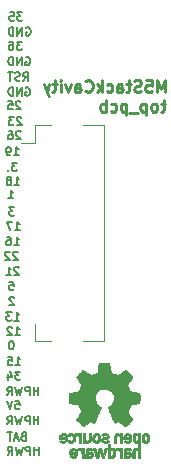
<source format=gbr>
G04 #@! TF.GenerationSoftware,KiCad,Pcbnew,5.1.2-f72e74a~84~ubuntu18.04.1*
G04 #@! TF.CreationDate,2019-06-23T16:21:06+09:00*
G04 #@! TF.ProjectId,top_pcb,746f705f-7063-4622-9e6b-696361645f70,rev?*
G04 #@! TF.SameCoordinates,Original*
G04 #@! TF.FileFunction,Legend,Bot*
G04 #@! TF.FilePolarity,Positive*
%FSLAX46Y46*%
G04 Gerber Fmt 4.6, Leading zero omitted, Abs format (unit mm)*
G04 Created by KiCad (PCBNEW 5.1.2-f72e74a~84~ubuntu18.04.1) date 2019-06-23 16:21:06*
%MOMM*%
%LPD*%
G04 APERTURE LIST*
%ADD10C,0.250000*%
%ADD11C,0.175000*%
%ADD12C,0.010000*%
%ADD13C,0.120000*%
G04 APERTURE END LIST*
D10*
X149215123Y-64035014D02*
X148834171Y-64035014D01*
X149072266Y-63701680D02*
X149072266Y-64558823D01*
X149024647Y-64654061D01*
X148929409Y-64701680D01*
X148834171Y-64701680D01*
X148357980Y-64701680D02*
X148453219Y-64654061D01*
X148500838Y-64606442D01*
X148548457Y-64511204D01*
X148548457Y-64225490D01*
X148500838Y-64130252D01*
X148453219Y-64082633D01*
X148357980Y-64035014D01*
X148215123Y-64035014D01*
X148119885Y-64082633D01*
X148072266Y-64130252D01*
X148024647Y-64225490D01*
X148024647Y-64511204D01*
X148072266Y-64606442D01*
X148119885Y-64654061D01*
X148215123Y-64701680D01*
X148357980Y-64701680D01*
X147596076Y-64035014D02*
X147596076Y-65035014D01*
X147596076Y-64082633D02*
X147500838Y-64035014D01*
X147310361Y-64035014D01*
X147215123Y-64082633D01*
X147167504Y-64130252D01*
X147119885Y-64225490D01*
X147119885Y-64511204D01*
X147167504Y-64606442D01*
X147215123Y-64654061D01*
X147310361Y-64701680D01*
X147500838Y-64701680D01*
X147596076Y-64654061D01*
X146929409Y-64796919D02*
X146167504Y-64796919D01*
X145929409Y-64035014D02*
X145929409Y-65035014D01*
X145929409Y-64082633D02*
X145834171Y-64035014D01*
X145643695Y-64035014D01*
X145548457Y-64082633D01*
X145500838Y-64130252D01*
X145453219Y-64225490D01*
X145453219Y-64511204D01*
X145500838Y-64606442D01*
X145548457Y-64654061D01*
X145643695Y-64701680D01*
X145834171Y-64701680D01*
X145929409Y-64654061D01*
X144596076Y-64654061D02*
X144691314Y-64701680D01*
X144881790Y-64701680D01*
X144977028Y-64654061D01*
X145024647Y-64606442D01*
X145072266Y-64511204D01*
X145072266Y-64225490D01*
X145024647Y-64130252D01*
X144977028Y-64082633D01*
X144881790Y-64035014D01*
X144691314Y-64035014D01*
X144596076Y-64082633D01*
X144167504Y-64701680D02*
X144167504Y-63701680D01*
X144167504Y-64082633D02*
X144072266Y-64035014D01*
X143881790Y-64035014D01*
X143786552Y-64082633D01*
X143738933Y-64130252D01*
X143691314Y-64225490D01*
X143691314Y-64511204D01*
X143738933Y-64606442D01*
X143786552Y-64654061D01*
X143881790Y-64701680D01*
X144072266Y-64701680D01*
X144167504Y-64654061D01*
D11*
X138510800Y-93763266D02*
X138510800Y-93063266D01*
X138510800Y-93396600D02*
X138110800Y-93396600D01*
X138110800Y-93763266D02*
X138110800Y-93063266D01*
X137777466Y-93763266D02*
X137777466Y-93063266D01*
X137510800Y-93063266D01*
X137444133Y-93096600D01*
X137410800Y-93129933D01*
X137377466Y-93196600D01*
X137377466Y-93296600D01*
X137410800Y-93363266D01*
X137444133Y-93396600D01*
X137510800Y-93429933D01*
X137777466Y-93429933D01*
X137144133Y-93063266D02*
X136977466Y-93763266D01*
X136844133Y-93263266D01*
X136710800Y-93763266D01*
X136544133Y-93063266D01*
X135877466Y-93763266D02*
X136110800Y-93429933D01*
X136277466Y-93763266D02*
X136277466Y-93063266D01*
X136010800Y-93063266D01*
X135944133Y-93096600D01*
X135910800Y-93129933D01*
X135877466Y-93196600D01*
X135877466Y-93296600D01*
X135910800Y-93363266D01*
X135944133Y-93396600D01*
X136010800Y-93429933D01*
X136277466Y-93429933D01*
X138485400Y-91197866D02*
X138485400Y-90497866D01*
X138485400Y-90831200D02*
X138085400Y-90831200D01*
X138085400Y-91197866D02*
X138085400Y-90497866D01*
X137752066Y-91197866D02*
X137752066Y-90497866D01*
X137485400Y-90497866D01*
X137418733Y-90531200D01*
X137385400Y-90564533D01*
X137352066Y-90631200D01*
X137352066Y-90731200D01*
X137385400Y-90797866D01*
X137418733Y-90831200D01*
X137485400Y-90864533D01*
X137752066Y-90864533D01*
X137118733Y-90497866D02*
X136952066Y-91197866D01*
X136818733Y-90697866D01*
X136685400Y-91197866D01*
X136518733Y-90497866D01*
X135852066Y-91197866D02*
X136085400Y-90864533D01*
X136252066Y-91197866D02*
X136252066Y-90497866D01*
X135985400Y-90497866D01*
X135918733Y-90531200D01*
X135885400Y-90564533D01*
X135852066Y-90631200D01*
X135852066Y-90731200D01*
X135885400Y-90797866D01*
X135918733Y-90831200D01*
X135985400Y-90864533D01*
X136252066Y-90864533D01*
X136531333Y-86155966D02*
X136931333Y-86155966D01*
X136731333Y-86155966D02*
X136731333Y-85455966D01*
X136798000Y-85555966D01*
X136864666Y-85622633D01*
X136931333Y-85655966D01*
X135898000Y-85455966D02*
X136231333Y-85455966D01*
X136264666Y-85789300D01*
X136231333Y-85755966D01*
X136164666Y-85722633D01*
X135998000Y-85722633D01*
X135931333Y-85755966D01*
X135898000Y-85789300D01*
X135864666Y-85855966D01*
X135864666Y-86022633D01*
X135898000Y-86089300D01*
X135931333Y-86122633D01*
X135998000Y-86155966D01*
X136164666Y-86155966D01*
X136231333Y-86122633D01*
X136264666Y-86089300D01*
X137388533Y-62692800D02*
X137455200Y-62659466D01*
X137555200Y-62659466D01*
X137655200Y-62692800D01*
X137721866Y-62759466D01*
X137755200Y-62826133D01*
X137788533Y-62959466D01*
X137788533Y-63059466D01*
X137755200Y-63192800D01*
X137721866Y-63259466D01*
X137655200Y-63326133D01*
X137555200Y-63359466D01*
X137488533Y-63359466D01*
X137388533Y-63326133D01*
X137355200Y-63292800D01*
X137355200Y-63059466D01*
X137488533Y-63059466D01*
X137055200Y-63359466D02*
X137055200Y-62659466D01*
X136655200Y-63359466D01*
X136655200Y-62659466D01*
X136321866Y-63359466D02*
X136321866Y-62659466D01*
X136155200Y-62659466D01*
X136055200Y-62692800D01*
X135988533Y-62759466D01*
X135955200Y-62826133D01*
X135921866Y-62959466D01*
X135921866Y-63059466D01*
X135955200Y-63192800D01*
X135988533Y-63259466D01*
X136055200Y-63326133D01*
X136155200Y-63359466D01*
X136321866Y-63359466D01*
X137388533Y-60127400D02*
X137455200Y-60094066D01*
X137555200Y-60094066D01*
X137655200Y-60127400D01*
X137721866Y-60194066D01*
X137755200Y-60260733D01*
X137788533Y-60394066D01*
X137788533Y-60494066D01*
X137755200Y-60627400D01*
X137721866Y-60694066D01*
X137655200Y-60760733D01*
X137555200Y-60794066D01*
X137488533Y-60794066D01*
X137388533Y-60760733D01*
X137355200Y-60727400D01*
X137355200Y-60494066D01*
X137488533Y-60494066D01*
X137055200Y-60794066D02*
X137055200Y-60094066D01*
X136655200Y-60794066D01*
X136655200Y-60094066D01*
X136321866Y-60794066D02*
X136321866Y-60094066D01*
X136155200Y-60094066D01*
X136055200Y-60127400D01*
X135988533Y-60194066D01*
X135955200Y-60260733D01*
X135921866Y-60394066D01*
X135921866Y-60494066D01*
X135955200Y-60627400D01*
X135988533Y-60694066D01*
X136055200Y-60760733D01*
X136155200Y-60794066D01*
X136321866Y-60794066D01*
D10*
X149214838Y-63050680D02*
X149214838Y-62050680D01*
X148881504Y-62764966D01*
X148548171Y-62050680D01*
X148548171Y-63050680D01*
X147595790Y-62050680D02*
X148071980Y-62050680D01*
X148119600Y-62526871D01*
X148071980Y-62479252D01*
X147976742Y-62431633D01*
X147738647Y-62431633D01*
X147643409Y-62479252D01*
X147595790Y-62526871D01*
X147548171Y-62622109D01*
X147548171Y-62860204D01*
X147595790Y-62955442D01*
X147643409Y-63003061D01*
X147738647Y-63050680D01*
X147976742Y-63050680D01*
X148071980Y-63003061D01*
X148119600Y-62955442D01*
X147167219Y-63003061D02*
X147024361Y-63050680D01*
X146786266Y-63050680D01*
X146691028Y-63003061D01*
X146643409Y-62955442D01*
X146595790Y-62860204D01*
X146595790Y-62764966D01*
X146643409Y-62669728D01*
X146691028Y-62622109D01*
X146786266Y-62574490D01*
X146976742Y-62526871D01*
X147071980Y-62479252D01*
X147119600Y-62431633D01*
X147167219Y-62336395D01*
X147167219Y-62241157D01*
X147119600Y-62145919D01*
X147071980Y-62098300D01*
X146976742Y-62050680D01*
X146738647Y-62050680D01*
X146595790Y-62098300D01*
X146310076Y-62384014D02*
X145929123Y-62384014D01*
X146167219Y-62050680D02*
X146167219Y-62907823D01*
X146119600Y-63003061D01*
X146024361Y-63050680D01*
X145929123Y-63050680D01*
X145167219Y-63050680D02*
X145167219Y-62526871D01*
X145214838Y-62431633D01*
X145310076Y-62384014D01*
X145500552Y-62384014D01*
X145595790Y-62431633D01*
X145167219Y-63003061D02*
X145262457Y-63050680D01*
X145500552Y-63050680D01*
X145595790Y-63003061D01*
X145643409Y-62907823D01*
X145643409Y-62812585D01*
X145595790Y-62717347D01*
X145500552Y-62669728D01*
X145262457Y-62669728D01*
X145167219Y-62622109D01*
X144262457Y-63003061D02*
X144357695Y-63050680D01*
X144548171Y-63050680D01*
X144643409Y-63003061D01*
X144691028Y-62955442D01*
X144738647Y-62860204D01*
X144738647Y-62574490D01*
X144691028Y-62479252D01*
X144643409Y-62431633D01*
X144548171Y-62384014D01*
X144357695Y-62384014D01*
X144262457Y-62431633D01*
X143833885Y-63050680D02*
X143833885Y-62050680D01*
X143738647Y-62669728D02*
X143452933Y-63050680D01*
X143452933Y-62384014D02*
X143833885Y-62764966D01*
X142452933Y-62955442D02*
X142500552Y-63003061D01*
X142643409Y-63050680D01*
X142738647Y-63050680D01*
X142881504Y-63003061D01*
X142976742Y-62907823D01*
X143024361Y-62812585D01*
X143071980Y-62622109D01*
X143071980Y-62479252D01*
X143024361Y-62288776D01*
X142976742Y-62193538D01*
X142881504Y-62098300D01*
X142738647Y-62050680D01*
X142643409Y-62050680D01*
X142500552Y-62098300D01*
X142452933Y-62145919D01*
X141595790Y-63050680D02*
X141595790Y-62526871D01*
X141643409Y-62431633D01*
X141738647Y-62384014D01*
X141929123Y-62384014D01*
X142024361Y-62431633D01*
X141595790Y-63003061D02*
X141691028Y-63050680D01*
X141929123Y-63050680D01*
X142024361Y-63003061D01*
X142071980Y-62907823D01*
X142071980Y-62812585D01*
X142024361Y-62717347D01*
X141929123Y-62669728D01*
X141691028Y-62669728D01*
X141595790Y-62622109D01*
X141214838Y-62384014D02*
X140976742Y-63050680D01*
X140738647Y-62384014D01*
X140357695Y-63050680D02*
X140357695Y-62384014D01*
X140357695Y-62050680D02*
X140405314Y-62098300D01*
X140357695Y-62145919D01*
X140310076Y-62098300D01*
X140357695Y-62050680D01*
X140357695Y-62145919D01*
X140024361Y-62384014D02*
X139643409Y-62384014D01*
X139881504Y-62050680D02*
X139881504Y-62907823D01*
X139833885Y-63003061D01*
X139738647Y-63050680D01*
X139643409Y-63050680D01*
X139405314Y-62384014D02*
X139167219Y-63050680D01*
X138929123Y-62384014D02*
X139167219Y-63050680D01*
X139262457Y-63288776D01*
X139310076Y-63336395D01*
X139405314Y-63384014D01*
D11*
X136964666Y-86713266D02*
X136531333Y-86713266D01*
X136764666Y-86979933D01*
X136664666Y-86979933D01*
X136598000Y-87013266D01*
X136564666Y-87046600D01*
X136531333Y-87113266D01*
X136531333Y-87279933D01*
X136564666Y-87346600D01*
X136598000Y-87379933D01*
X136664666Y-87413266D01*
X136864666Y-87413266D01*
X136931333Y-87379933D01*
X136964666Y-87346600D01*
X135931333Y-86946600D02*
X135931333Y-87413266D01*
X136098000Y-86679933D02*
X136264666Y-87179933D01*
X135831333Y-87179933D01*
X136228133Y-84135166D02*
X136161466Y-84135166D01*
X136094800Y-84168500D01*
X136061466Y-84201833D01*
X136028133Y-84268500D01*
X135994800Y-84401833D01*
X135994800Y-84568500D01*
X136028133Y-84701833D01*
X136061466Y-84768500D01*
X136094800Y-84801833D01*
X136161466Y-84835166D01*
X136228133Y-84835166D01*
X136294800Y-84801833D01*
X136328133Y-84768500D01*
X136361466Y-84701833D01*
X136394800Y-84568500D01*
X136394800Y-84401833D01*
X136361466Y-84268500D01*
X136328133Y-84201833D01*
X136294800Y-84168500D01*
X136228133Y-84135166D01*
X136505933Y-83654066D02*
X136905933Y-83654066D01*
X136705933Y-83654066D02*
X136705933Y-82954066D01*
X136772600Y-83054066D01*
X136839266Y-83120733D01*
X136905933Y-83154066D01*
X136239266Y-83020733D02*
X136205933Y-82987400D01*
X136139266Y-82954066D01*
X135972600Y-82954066D01*
X135905933Y-82987400D01*
X135872600Y-83020733D01*
X135839266Y-83087400D01*
X135839266Y-83154066D01*
X135872600Y-83254066D01*
X136272600Y-83654066D01*
X135839266Y-83654066D01*
X136442433Y-82409466D02*
X136842433Y-82409466D01*
X136642433Y-82409466D02*
X136642433Y-81709466D01*
X136709100Y-81809466D01*
X136775766Y-81876133D01*
X136842433Y-81909466D01*
X136209100Y-81709466D02*
X135775766Y-81709466D01*
X136009100Y-81976133D01*
X135909100Y-81976133D01*
X135842433Y-82009466D01*
X135809100Y-82042800D01*
X135775766Y-82109466D01*
X135775766Y-82276133D01*
X135809100Y-82342800D01*
X135842433Y-82376133D01*
X135909100Y-82409466D01*
X136109100Y-82409466D01*
X136175766Y-82376133D01*
X136209100Y-82342800D01*
X138485400Y-88708666D02*
X138485400Y-88008666D01*
X138485400Y-88342000D02*
X138085400Y-88342000D01*
X138085400Y-88708666D02*
X138085400Y-88008666D01*
X137752066Y-88708666D02*
X137752066Y-88008666D01*
X137485400Y-88008666D01*
X137418733Y-88042000D01*
X137385400Y-88075333D01*
X137352066Y-88142000D01*
X137352066Y-88242000D01*
X137385400Y-88308666D01*
X137418733Y-88342000D01*
X137485400Y-88375333D01*
X137752066Y-88375333D01*
X137118733Y-88008666D02*
X136952066Y-88708666D01*
X136818733Y-88208666D01*
X136685400Y-88708666D01*
X136518733Y-88008666D01*
X135852066Y-88708666D02*
X136085400Y-88375333D01*
X136252066Y-88708666D02*
X136252066Y-88008666D01*
X135985400Y-88008666D01*
X135918733Y-88042000D01*
X135885400Y-88075333D01*
X135852066Y-88142000D01*
X135852066Y-88242000D01*
X135885400Y-88308666D01*
X135918733Y-88342000D01*
X135985400Y-88375333D01*
X136252066Y-88375333D01*
X136455133Y-70915966D02*
X136855133Y-70915966D01*
X136655133Y-70915966D02*
X136655133Y-70215966D01*
X136721800Y-70315966D01*
X136788466Y-70382633D01*
X136855133Y-70415966D01*
X136055133Y-70515966D02*
X136121800Y-70482633D01*
X136155133Y-70449300D01*
X136188466Y-70382633D01*
X136188466Y-70349300D01*
X136155133Y-70282633D01*
X136121800Y-70249300D01*
X136055133Y-70215966D01*
X135921800Y-70215966D01*
X135855133Y-70249300D01*
X135821800Y-70282633D01*
X135788466Y-70349300D01*
X135788466Y-70382633D01*
X135821800Y-70449300D01*
X135855133Y-70482633D01*
X135921800Y-70515966D01*
X136055133Y-70515966D01*
X136121800Y-70549300D01*
X136155133Y-70582633D01*
X136188466Y-70649300D01*
X136188466Y-70782633D01*
X136155133Y-70849300D01*
X136121800Y-70882633D01*
X136055133Y-70915966D01*
X135921800Y-70915966D01*
X135855133Y-70882633D01*
X135821800Y-70849300D01*
X135788466Y-70782633D01*
X135788466Y-70649300D01*
X135821800Y-70582633D01*
X135855133Y-70549300D01*
X135921800Y-70515966D01*
X136417033Y-68414066D02*
X136817033Y-68414066D01*
X136617033Y-68414066D02*
X136617033Y-67714066D01*
X136683700Y-67814066D01*
X136750366Y-67880733D01*
X136817033Y-67914066D01*
X136083700Y-68414066D02*
X135950366Y-68414066D01*
X135883700Y-68380733D01*
X135850366Y-68347400D01*
X135783700Y-68247400D01*
X135750366Y-68114066D01*
X135750366Y-67847400D01*
X135783700Y-67780733D01*
X135817033Y-67747400D01*
X135883700Y-67714066D01*
X136017033Y-67714066D01*
X136083700Y-67747400D01*
X136117033Y-67780733D01*
X136150366Y-67847400D01*
X136150366Y-68014066D01*
X136117033Y-68080733D01*
X136083700Y-68114066D01*
X136017033Y-68147400D01*
X135883700Y-68147400D01*
X135817033Y-68114066D01*
X135783700Y-68080733D01*
X135750366Y-68014066D01*
X137032933Y-65215333D02*
X136999600Y-65182000D01*
X136932933Y-65148666D01*
X136766266Y-65148666D01*
X136699600Y-65182000D01*
X136666266Y-65215333D01*
X136632933Y-65282000D01*
X136632933Y-65348666D01*
X136666266Y-65448666D01*
X137066266Y-65848666D01*
X136632933Y-65848666D01*
X136399600Y-65148666D02*
X135966266Y-65148666D01*
X136199600Y-65415333D01*
X136099600Y-65415333D01*
X136032933Y-65448666D01*
X135999600Y-65482000D01*
X135966266Y-65548666D01*
X135966266Y-65715333D01*
X135999600Y-65782000D01*
X136032933Y-65815333D01*
X136099600Y-65848666D01*
X136299600Y-65848666D01*
X136366266Y-65815333D01*
X136399600Y-65782000D01*
X136728133Y-76632633D02*
X136694800Y-76599300D01*
X136628133Y-76565966D01*
X136461466Y-76565966D01*
X136394800Y-76599300D01*
X136361466Y-76632633D01*
X136328133Y-76699300D01*
X136328133Y-76765966D01*
X136361466Y-76865966D01*
X136761466Y-77265966D01*
X136328133Y-77265966D01*
X136061466Y-76632633D02*
X136028133Y-76599300D01*
X135961466Y-76565966D01*
X135794800Y-76565966D01*
X135728133Y-76599300D01*
X135694800Y-76632633D01*
X135661466Y-76699300D01*
X135661466Y-76765966D01*
X135694800Y-76865966D01*
X136094800Y-77265966D01*
X135661466Y-77265966D01*
X137426633Y-57600100D02*
X137493300Y-57566766D01*
X137593300Y-57566766D01*
X137693300Y-57600100D01*
X137759966Y-57666766D01*
X137793300Y-57733433D01*
X137826633Y-57866766D01*
X137826633Y-57966766D01*
X137793300Y-58100100D01*
X137759966Y-58166766D01*
X137693300Y-58233433D01*
X137593300Y-58266766D01*
X137526633Y-58266766D01*
X137426633Y-58233433D01*
X137393300Y-58200100D01*
X137393300Y-57966766D01*
X137526633Y-57966766D01*
X137093300Y-58266766D02*
X137093300Y-57566766D01*
X136693300Y-58266766D01*
X136693300Y-57566766D01*
X136359966Y-58266766D02*
X136359966Y-57566766D01*
X136193300Y-57566766D01*
X136093300Y-57600100D01*
X136026633Y-57666766D01*
X135993300Y-57733433D01*
X135959966Y-57866766D01*
X135959966Y-57966766D01*
X135993300Y-58100100D01*
X136026633Y-58166766D01*
X136093300Y-58233433D01*
X136193300Y-58266766D01*
X136359966Y-58266766D01*
X136817033Y-77915333D02*
X136783700Y-77882000D01*
X136717033Y-77848666D01*
X136550366Y-77848666D01*
X136483700Y-77882000D01*
X136450366Y-77915333D01*
X136417033Y-77982000D01*
X136417033Y-78048666D01*
X136450366Y-78148666D01*
X136850366Y-78548666D01*
X136417033Y-78548666D01*
X135750366Y-78548666D02*
X136150366Y-78548666D01*
X135950366Y-78548666D02*
X135950366Y-77848666D01*
X136017033Y-77948666D01*
X136083700Y-78015333D01*
X136150366Y-78048666D01*
X137066266Y-58773266D02*
X136632933Y-58773266D01*
X136866266Y-59039933D01*
X136766266Y-59039933D01*
X136699600Y-59073266D01*
X136666266Y-59106600D01*
X136632933Y-59173266D01*
X136632933Y-59339933D01*
X136666266Y-59406600D01*
X136699600Y-59439933D01*
X136766266Y-59473266D01*
X136966266Y-59473266D01*
X137032933Y-59439933D01*
X137066266Y-59406600D01*
X136032933Y-58773266D02*
X136166266Y-58773266D01*
X136232933Y-58806600D01*
X136266266Y-58839933D01*
X136332933Y-58939933D01*
X136366266Y-59073266D01*
X136366266Y-59339933D01*
X136332933Y-59406600D01*
X136299600Y-59439933D01*
X136232933Y-59473266D01*
X136099600Y-59473266D01*
X136032933Y-59439933D01*
X135999600Y-59406600D01*
X135966266Y-59339933D01*
X135966266Y-59173266D01*
X135999600Y-59106600D01*
X136032933Y-59073266D01*
X136099600Y-59039933D01*
X136232933Y-59039933D01*
X136299600Y-59073266D01*
X136332933Y-59106600D01*
X136366266Y-59173266D01*
X136645600Y-69022166D02*
X136212266Y-69022166D01*
X136445600Y-69288833D01*
X136345600Y-69288833D01*
X136278933Y-69322166D01*
X136245600Y-69355500D01*
X136212266Y-69422166D01*
X136212266Y-69588833D01*
X136245600Y-69655500D01*
X136278933Y-69688833D01*
X136345600Y-69722166D01*
X136545600Y-69722166D01*
X136612266Y-69688833D01*
X136645600Y-69655500D01*
X135912266Y-69655500D02*
X135878933Y-69688833D01*
X135912266Y-69722166D01*
X135945600Y-69688833D01*
X135912266Y-69655500D01*
X135912266Y-69722166D01*
X137117066Y-56309466D02*
X136683733Y-56309466D01*
X136917066Y-56576133D01*
X136817066Y-56576133D01*
X136750400Y-56609466D01*
X136717066Y-56642800D01*
X136683733Y-56709466D01*
X136683733Y-56876133D01*
X136717066Y-56942800D01*
X136750400Y-56976133D01*
X136817066Y-57009466D01*
X137017066Y-57009466D01*
X137083733Y-56976133D01*
X137117066Y-56942800D01*
X136050400Y-56309466D02*
X136383733Y-56309466D01*
X136417066Y-56642800D01*
X136383733Y-56609466D01*
X136317066Y-56576133D01*
X136150400Y-56576133D01*
X136083733Y-56609466D01*
X136050400Y-56642800D01*
X136017066Y-56709466D01*
X136017066Y-56876133D01*
X136050400Y-56942800D01*
X136083733Y-56976133D01*
X136150400Y-57009466D01*
X136317066Y-57009466D01*
X136383733Y-56976133D01*
X136417066Y-56942800D01*
X137206766Y-92202800D02*
X137106766Y-92236133D01*
X137073433Y-92269466D01*
X137040100Y-92336133D01*
X137040100Y-92436133D01*
X137073433Y-92502800D01*
X137106766Y-92536133D01*
X137173433Y-92569466D01*
X137440100Y-92569466D01*
X137440100Y-91869466D01*
X137206766Y-91869466D01*
X137140100Y-91902800D01*
X137106766Y-91936133D01*
X137073433Y-92002800D01*
X137073433Y-92069466D01*
X137106766Y-92136133D01*
X137140100Y-92169466D01*
X137206766Y-92202800D01*
X137440100Y-92202800D01*
X136773433Y-92369466D02*
X136440100Y-92369466D01*
X136840100Y-92569466D02*
X136606766Y-91869466D01*
X136373433Y-92569466D01*
X136240100Y-91869466D02*
X135840100Y-91869466D01*
X136040100Y-92569466D02*
X136040100Y-91869466D01*
X137175033Y-62076766D02*
X137408366Y-61743433D01*
X137575033Y-62076766D02*
X137575033Y-61376766D01*
X137308366Y-61376766D01*
X137241700Y-61410100D01*
X137208366Y-61443433D01*
X137175033Y-61510100D01*
X137175033Y-61610100D01*
X137208366Y-61676766D01*
X137241700Y-61710100D01*
X137308366Y-61743433D01*
X137575033Y-61743433D01*
X136908366Y-62043433D02*
X136808366Y-62076766D01*
X136641700Y-62076766D01*
X136575033Y-62043433D01*
X136541700Y-62010100D01*
X136508366Y-61943433D01*
X136508366Y-61876766D01*
X136541700Y-61810100D01*
X136575033Y-61776766D01*
X136641700Y-61743433D01*
X136775033Y-61710100D01*
X136841700Y-61676766D01*
X136875033Y-61643433D01*
X136908366Y-61576766D01*
X136908366Y-61510100D01*
X136875033Y-61443433D01*
X136841700Y-61410100D01*
X136775033Y-61376766D01*
X136608366Y-61376766D01*
X136508366Y-61410100D01*
X136308366Y-61376766D02*
X135908366Y-61376766D01*
X136108366Y-62076766D02*
X136108366Y-61376766D01*
X136518633Y-89189766D02*
X136851966Y-89189766D01*
X136885300Y-89523100D01*
X136851966Y-89489766D01*
X136785300Y-89456433D01*
X136618633Y-89456433D01*
X136551966Y-89489766D01*
X136518633Y-89523100D01*
X136485300Y-89589766D01*
X136485300Y-89756433D01*
X136518633Y-89823100D01*
X136551966Y-89856433D01*
X136618633Y-89889766D01*
X136785300Y-89889766D01*
X136851966Y-89856433D01*
X136885300Y-89823100D01*
X136285300Y-89189766D02*
X136051966Y-89889766D01*
X135818633Y-89189766D01*
X136982133Y-66421833D02*
X136948800Y-66388500D01*
X136882133Y-66355166D01*
X136715466Y-66355166D01*
X136648800Y-66388500D01*
X136615466Y-66421833D01*
X136582133Y-66488500D01*
X136582133Y-66555166D01*
X136615466Y-66655166D01*
X137015466Y-67055166D01*
X136582133Y-67055166D01*
X135982133Y-66355166D02*
X136115466Y-66355166D01*
X136182133Y-66388500D01*
X136215466Y-66421833D01*
X136282133Y-66521833D01*
X136315466Y-66655166D01*
X136315466Y-66921833D01*
X136282133Y-66988500D01*
X136248800Y-67021833D01*
X136182133Y-67055166D01*
X136048800Y-67055166D01*
X135982133Y-67021833D01*
X135948800Y-66988500D01*
X135915466Y-66921833D01*
X135915466Y-66755166D01*
X135948800Y-66688500D01*
X135982133Y-66655166D01*
X136048800Y-66621833D01*
X136182133Y-66621833D01*
X136248800Y-66655166D01*
X136282133Y-66688500D01*
X136315466Y-66755166D01*
X136956733Y-63894533D02*
X136923400Y-63861200D01*
X136856733Y-63827866D01*
X136690066Y-63827866D01*
X136623400Y-63861200D01*
X136590066Y-63894533D01*
X136556733Y-63961200D01*
X136556733Y-64027866D01*
X136590066Y-64127866D01*
X136990066Y-64527866D01*
X136556733Y-64527866D01*
X135923400Y-63827866D02*
X136256733Y-63827866D01*
X136290066Y-64161200D01*
X136256733Y-64127866D01*
X136190066Y-64094533D01*
X136023400Y-64094533D01*
X135956733Y-64127866D01*
X135923400Y-64161200D01*
X135890066Y-64227866D01*
X135890066Y-64394533D01*
X135923400Y-64461200D01*
X135956733Y-64494533D01*
X136023400Y-64527866D01*
X136190066Y-64527866D01*
X136256733Y-64494533D01*
X136290066Y-64461200D01*
X136028133Y-79105966D02*
X136361466Y-79105966D01*
X136394800Y-79439300D01*
X136361466Y-79405966D01*
X136294800Y-79372633D01*
X136128133Y-79372633D01*
X136061466Y-79405966D01*
X136028133Y-79439300D01*
X135994800Y-79505966D01*
X135994800Y-79672633D01*
X136028133Y-79739300D01*
X136061466Y-79772633D01*
X136128133Y-79805966D01*
X136294800Y-79805966D01*
X136361466Y-79772633D01*
X136394800Y-79739300D01*
X136407500Y-80468033D02*
X136374166Y-80434700D01*
X136307500Y-80401366D01*
X136140833Y-80401366D01*
X136074166Y-80434700D01*
X136040833Y-80468033D01*
X136007500Y-80534700D01*
X136007500Y-80601366D01*
X136040833Y-80701366D01*
X136440833Y-81101366D01*
X136007500Y-81101366D01*
X136480533Y-74725966D02*
X136880533Y-74725966D01*
X136680533Y-74725966D02*
X136680533Y-74025966D01*
X136747200Y-74125966D01*
X136813866Y-74192633D01*
X136880533Y-74225966D01*
X136247200Y-74025966D02*
X135780533Y-74025966D01*
X136080533Y-74725966D01*
X136429733Y-76021366D02*
X136829733Y-76021366D01*
X136629733Y-76021366D02*
X136629733Y-75321366D01*
X136696400Y-75421366D01*
X136763066Y-75488033D01*
X136829733Y-75521366D01*
X135829733Y-75321366D02*
X135963066Y-75321366D01*
X136029733Y-75354700D01*
X136063066Y-75388033D01*
X136129733Y-75488033D01*
X136163066Y-75621366D01*
X136163066Y-75888033D01*
X136129733Y-75954700D01*
X136096400Y-75988033D01*
X136029733Y-76021366D01*
X135896400Y-76021366D01*
X135829733Y-75988033D01*
X135796400Y-75954700D01*
X135763066Y-75888033D01*
X135763066Y-75721366D01*
X135796400Y-75654700D01*
X135829733Y-75621366D01*
X135896400Y-75588033D01*
X136029733Y-75588033D01*
X136096400Y-75621366D01*
X136129733Y-75654700D01*
X136163066Y-75721366D01*
X135918600Y-72058966D02*
X136318600Y-72058966D01*
X136118600Y-72058966D02*
X136118600Y-71358966D01*
X136185266Y-71458966D01*
X136251933Y-71525633D01*
X136318600Y-71558966D01*
X136453533Y-72819466D02*
X136020200Y-72819466D01*
X136253533Y-73086133D01*
X136153533Y-73086133D01*
X136086866Y-73119466D01*
X136053533Y-73152800D01*
X136020200Y-73219466D01*
X136020200Y-73386133D01*
X136053533Y-73452800D01*
X136086866Y-73486133D01*
X136153533Y-73519466D01*
X136353533Y-73519466D01*
X136420200Y-73486133D01*
X136453533Y-73452800D01*
D12*
G36*
X146605440Y-91957368D02*
G01*
X146570208Y-91974774D01*
X146526760Y-92005106D01*
X146495094Y-92038183D01*
X146473406Y-92079717D01*
X146459897Y-92135422D01*
X146452762Y-92211011D01*
X146450200Y-92312196D01*
X146450050Y-92355697D01*
X146450488Y-92451035D01*
X146452304Y-92519171D01*
X146456255Y-92566318D01*
X146463098Y-92598690D01*
X146473589Y-92622500D01*
X146484504Y-92638743D01*
X146554181Y-92707852D01*
X146636234Y-92749421D01*
X146724750Y-92761923D01*
X146813819Y-92743834D01*
X146842037Y-92731042D01*
X146909590Y-92695831D01*
X146909590Y-93247600D01*
X146860288Y-93222105D01*
X146795327Y-93202380D01*
X146715480Y-93197327D01*
X146635748Y-93206656D01*
X146575535Y-93227614D01*
X146525592Y-93267527D01*
X146482919Y-93324641D01*
X146479710Y-93330505D01*
X146466178Y-93358127D01*
X146456295Y-93385968D01*
X146449491Y-93419694D01*
X146445199Y-93464971D01*
X146442849Y-93527462D01*
X146441872Y-93612835D01*
X146441695Y-93708910D01*
X146441695Y-94015426D01*
X146625511Y-94015426D01*
X146625511Y-93450239D01*
X146676925Y-93406977D01*
X146730334Y-93372372D01*
X146780912Y-93366080D01*
X146831770Y-93382272D01*
X146858875Y-93398127D01*
X146879049Y-93420710D01*
X146893397Y-93454840D01*
X146903024Y-93505334D01*
X146909037Y-93577011D01*
X146912540Y-93674688D01*
X146913774Y-93739702D01*
X146917945Y-94007071D01*
X147005675Y-94012122D01*
X147093406Y-94017173D01*
X147093406Y-92358001D01*
X146909590Y-92358001D01*
X146904904Y-92450500D01*
X146889112Y-92514709D01*
X146859617Y-92554659D01*
X146813820Y-92574380D01*
X146767550Y-92578321D01*
X146715172Y-92573792D01*
X146680410Y-92555969D01*
X146658672Y-92532419D01*
X146641560Y-92507089D01*
X146631373Y-92478869D01*
X146626840Y-92439331D01*
X146626691Y-92380042D01*
X146628216Y-92330398D01*
X146631719Y-92255610D01*
X146636933Y-92206511D01*
X146645713Y-92175367D01*
X146659914Y-92154445D01*
X146673316Y-92142352D01*
X146729313Y-92115981D01*
X146795589Y-92111722D01*
X146833644Y-92120806D01*
X146871323Y-92153096D01*
X146896281Y-92215906D01*
X146908378Y-92308794D01*
X146909590Y-92358001D01*
X147093406Y-92358001D01*
X147093406Y-91943321D01*
X147001498Y-91943321D01*
X146946317Y-91945503D01*
X146917848Y-91953251D01*
X146909594Y-91968368D01*
X146909590Y-91968816D01*
X146905760Y-91983620D01*
X146888867Y-91981939D01*
X146855281Y-91965672D01*
X146777022Y-91940787D01*
X146688973Y-91938171D01*
X146605440Y-91957368D01*
X146605440Y-91957368D01*
G37*
X146605440Y-91957368D02*
X146570208Y-91974774D01*
X146526760Y-92005106D01*
X146495094Y-92038183D01*
X146473406Y-92079717D01*
X146459897Y-92135422D01*
X146452762Y-92211011D01*
X146450200Y-92312196D01*
X146450050Y-92355697D01*
X146450488Y-92451035D01*
X146452304Y-92519171D01*
X146456255Y-92566318D01*
X146463098Y-92598690D01*
X146473589Y-92622500D01*
X146484504Y-92638743D01*
X146554181Y-92707852D01*
X146636234Y-92749421D01*
X146724750Y-92761923D01*
X146813819Y-92743834D01*
X146842037Y-92731042D01*
X146909590Y-92695831D01*
X146909590Y-93247600D01*
X146860288Y-93222105D01*
X146795327Y-93202380D01*
X146715480Y-93197327D01*
X146635748Y-93206656D01*
X146575535Y-93227614D01*
X146525592Y-93267527D01*
X146482919Y-93324641D01*
X146479710Y-93330505D01*
X146466178Y-93358127D01*
X146456295Y-93385968D01*
X146449491Y-93419694D01*
X146445199Y-93464971D01*
X146442849Y-93527462D01*
X146441872Y-93612835D01*
X146441695Y-93708910D01*
X146441695Y-94015426D01*
X146625511Y-94015426D01*
X146625511Y-93450239D01*
X146676925Y-93406977D01*
X146730334Y-93372372D01*
X146780912Y-93366080D01*
X146831770Y-93382272D01*
X146858875Y-93398127D01*
X146879049Y-93420710D01*
X146893397Y-93454840D01*
X146903024Y-93505334D01*
X146909037Y-93577011D01*
X146912540Y-93674688D01*
X146913774Y-93739702D01*
X146917945Y-94007071D01*
X147005675Y-94012122D01*
X147093406Y-94017173D01*
X147093406Y-92358001D01*
X146909590Y-92358001D01*
X146904904Y-92450500D01*
X146889112Y-92514709D01*
X146859617Y-92554659D01*
X146813820Y-92574380D01*
X146767550Y-92578321D01*
X146715172Y-92573792D01*
X146680410Y-92555969D01*
X146658672Y-92532419D01*
X146641560Y-92507089D01*
X146631373Y-92478869D01*
X146626840Y-92439331D01*
X146626691Y-92380042D01*
X146628216Y-92330398D01*
X146631719Y-92255610D01*
X146636933Y-92206511D01*
X146645713Y-92175367D01*
X146659914Y-92154445D01*
X146673316Y-92142352D01*
X146729313Y-92115981D01*
X146795589Y-92111722D01*
X146833644Y-92120806D01*
X146871323Y-92153096D01*
X146896281Y-92215906D01*
X146908378Y-92308794D01*
X146909590Y-92358001D01*
X147093406Y-92358001D01*
X147093406Y-91943321D01*
X147001498Y-91943321D01*
X146946317Y-91945503D01*
X146917848Y-91953251D01*
X146909594Y-91968368D01*
X146909590Y-91968816D01*
X146905760Y-91983620D01*
X146888867Y-91981939D01*
X146855281Y-91965672D01*
X146777022Y-91940787D01*
X146688973Y-91938171D01*
X146605440Y-91957368D01*
G36*
X145908343Y-93203084D02*
G01*
X145829730Y-93224060D01*
X145769884Y-93262080D01*
X145727653Y-93311878D01*
X145714525Y-93333130D01*
X145704832Y-93355392D01*
X145698056Y-93383870D01*
X145693677Y-93423771D01*
X145691176Y-93480301D01*
X145690032Y-93558667D01*
X145689728Y-93664076D01*
X145689722Y-93692042D01*
X145689722Y-94015426D01*
X145769932Y-94015426D01*
X145821094Y-94011843D01*
X145858923Y-94002766D01*
X145868401Y-93997168D01*
X145894312Y-93987506D01*
X145920776Y-93997168D01*
X145964348Y-94009230D01*
X146027640Y-94014085D01*
X146097790Y-94011978D01*
X146161940Y-94003156D01*
X146199393Y-93991837D01*
X146271867Y-93945312D01*
X146317160Y-93880746D01*
X146337522Y-93794900D01*
X146337712Y-93792696D01*
X146335925Y-93754613D01*
X146174327Y-93754613D01*
X146160199Y-93797930D01*
X146137188Y-93822308D01*
X146090996Y-93840745D01*
X146030025Y-93848105D01*
X145967851Y-93844483D01*
X145918049Y-93829974D01*
X145904097Y-93820665D01*
X145879715Y-93777653D01*
X145873537Y-93728757D01*
X145873537Y-93664505D01*
X145965982Y-93664505D01*
X146053805Y-93671266D01*
X146120382Y-93690420D01*
X146161798Y-93720276D01*
X146174327Y-93754613D01*
X146335925Y-93754613D01*
X146333310Y-93698904D01*
X146302376Y-93624747D01*
X146244219Y-93568667D01*
X146236180Y-93563565D01*
X146201637Y-93546955D01*
X146158882Y-93536896D01*
X146099114Y-93532007D01*
X146028110Y-93530883D01*
X145873537Y-93530821D01*
X145873537Y-93466025D01*
X145880094Y-93415750D01*
X145896825Y-93382069D01*
X145898784Y-93380276D01*
X145936017Y-93365542D01*
X145992220Y-93359831D01*
X146054333Y-93362637D01*
X146109290Y-93373456D01*
X146141901Y-93389682D01*
X146159572Y-93402680D01*
X146178231Y-93405162D01*
X146203981Y-93394513D01*
X146242927Y-93368118D01*
X146301170Y-93323365D01*
X146306516Y-93319173D01*
X146303777Y-93303660D01*
X146280924Y-93277860D01*
X146246191Y-93249189D01*
X146207810Y-93225066D01*
X146195752Y-93219370D01*
X146151766Y-93208003D01*
X146087313Y-93199895D01*
X146015303Y-93196643D01*
X146011936Y-93196636D01*
X145908343Y-93203084D01*
X145908343Y-93203084D01*
G37*
X145908343Y-93203084D02*
X145829730Y-93224060D01*
X145769884Y-93262080D01*
X145727653Y-93311878D01*
X145714525Y-93333130D01*
X145704832Y-93355392D01*
X145698056Y-93383870D01*
X145693677Y-93423771D01*
X145691176Y-93480301D01*
X145690032Y-93558667D01*
X145689728Y-93664076D01*
X145689722Y-93692042D01*
X145689722Y-94015426D01*
X145769932Y-94015426D01*
X145821094Y-94011843D01*
X145858923Y-94002766D01*
X145868401Y-93997168D01*
X145894312Y-93987506D01*
X145920776Y-93997168D01*
X145964348Y-94009230D01*
X146027640Y-94014085D01*
X146097790Y-94011978D01*
X146161940Y-94003156D01*
X146199393Y-93991837D01*
X146271867Y-93945312D01*
X146317160Y-93880746D01*
X146337522Y-93794900D01*
X146337712Y-93792696D01*
X146335925Y-93754613D01*
X146174327Y-93754613D01*
X146160199Y-93797930D01*
X146137188Y-93822308D01*
X146090996Y-93840745D01*
X146030025Y-93848105D01*
X145967851Y-93844483D01*
X145918049Y-93829974D01*
X145904097Y-93820665D01*
X145879715Y-93777653D01*
X145873537Y-93728757D01*
X145873537Y-93664505D01*
X145965982Y-93664505D01*
X146053805Y-93671266D01*
X146120382Y-93690420D01*
X146161798Y-93720276D01*
X146174327Y-93754613D01*
X146335925Y-93754613D01*
X146333310Y-93698904D01*
X146302376Y-93624747D01*
X146244219Y-93568667D01*
X146236180Y-93563565D01*
X146201637Y-93546955D01*
X146158882Y-93536896D01*
X146099114Y-93532007D01*
X146028110Y-93530883D01*
X145873537Y-93530821D01*
X145873537Y-93466025D01*
X145880094Y-93415750D01*
X145896825Y-93382069D01*
X145898784Y-93380276D01*
X145936017Y-93365542D01*
X145992220Y-93359831D01*
X146054333Y-93362637D01*
X146109290Y-93373456D01*
X146141901Y-93389682D01*
X146159572Y-93402680D01*
X146178231Y-93405162D01*
X146203981Y-93394513D01*
X146242927Y-93368118D01*
X146301170Y-93323365D01*
X146306516Y-93319173D01*
X146303777Y-93303660D01*
X146280924Y-93277860D01*
X146246191Y-93249189D01*
X146207810Y-93225066D01*
X146195752Y-93219370D01*
X146151766Y-93208003D01*
X146087313Y-93199895D01*
X146015303Y-93196643D01*
X146011936Y-93196636D01*
X145908343Y-93203084D01*
G36*
X145388919Y-93198386D02*
G01*
X145363912Y-93205882D01*
X145355850Y-93222351D01*
X145355511Y-93229786D01*
X145354064Y-93250494D01*
X145344102Y-93253745D01*
X145317188Y-93239548D01*
X145301202Y-93229848D01*
X145250767Y-93209075D01*
X145190528Y-93198804D01*
X145127366Y-93198014D01*
X145068163Y-93205686D01*
X145019798Y-93220798D01*
X144989154Y-93242332D01*
X144983111Y-93269266D01*
X144986161Y-93276560D01*
X145008394Y-93306837D01*
X145042870Y-93344075D01*
X145049106Y-93350095D01*
X145081967Y-93377775D01*
X145110320Y-93386718D01*
X145149973Y-93380476D01*
X145165858Y-93376329D01*
X145215291Y-93366367D01*
X145250048Y-93370847D01*
X145279400Y-93386646D01*
X145306287Y-93407849D01*
X145326090Y-93434514D01*
X145339852Y-93471727D01*
X145348616Y-93524573D01*
X145353426Y-93598137D01*
X145355326Y-93697505D01*
X145355511Y-93757501D01*
X145355511Y-94015426D01*
X145522616Y-94015426D01*
X145522616Y-93196610D01*
X145439064Y-93196610D01*
X145388919Y-93198386D01*
X145388919Y-93198386D01*
G37*
X145388919Y-93198386D02*
X145363912Y-93205882D01*
X145355850Y-93222351D01*
X145355511Y-93229786D01*
X145354064Y-93250494D01*
X145344102Y-93253745D01*
X145317188Y-93239548D01*
X145301202Y-93229848D01*
X145250767Y-93209075D01*
X145190528Y-93198804D01*
X145127366Y-93198014D01*
X145068163Y-93205686D01*
X145019798Y-93220798D01*
X144989154Y-93242332D01*
X144983111Y-93269266D01*
X144986161Y-93276560D01*
X145008394Y-93306837D01*
X145042870Y-93344075D01*
X145049106Y-93350095D01*
X145081967Y-93377775D01*
X145110320Y-93386718D01*
X145149973Y-93380476D01*
X145165858Y-93376329D01*
X145215291Y-93366367D01*
X145250048Y-93370847D01*
X145279400Y-93386646D01*
X145306287Y-93407849D01*
X145326090Y-93434514D01*
X145339852Y-93471727D01*
X145348616Y-93524573D01*
X145353426Y-93598137D01*
X145355326Y-93697505D01*
X145355511Y-93757501D01*
X145355511Y-94015426D01*
X145522616Y-94015426D01*
X145522616Y-93196610D01*
X145439064Y-93196610D01*
X145388919Y-93198386D01*
G36*
X144336169Y-94015426D02*
G01*
X144428077Y-94015426D01*
X144481423Y-94013862D01*
X144509207Y-94007385D01*
X144519210Y-93993318D01*
X144519985Y-93983806D01*
X144521672Y-93964732D01*
X144532310Y-93961074D01*
X144560265Y-93972832D01*
X144582005Y-93983806D01*
X144665468Y-94009811D01*
X144756196Y-94011316D01*
X144829958Y-93991921D01*
X144898646Y-93945065D01*
X144951006Y-93875904D01*
X144979678Y-93794327D01*
X144980408Y-93789766D01*
X144984668Y-93740001D01*
X144986786Y-93668559D01*
X144986616Y-93614526D01*
X144804080Y-93614526D01*
X144799851Y-93686341D01*
X144790232Y-93745534D01*
X144777210Y-93778960D01*
X144727944Y-93824640D01*
X144669450Y-93841015D01*
X144609129Y-93827773D01*
X144557583Y-93788273D01*
X144538062Y-93761707D01*
X144526648Y-93730006D01*
X144521302Y-93683732D01*
X144519985Y-93614228D01*
X144522342Y-93545399D01*
X144528567Y-93484926D01*
X144537392Y-93444456D01*
X144538863Y-93440829D01*
X144574453Y-93397702D01*
X144626400Y-93374024D01*
X144684522Y-93370201D01*
X144738640Y-93386638D01*
X144778574Y-93423740D01*
X144782717Y-93431122D01*
X144795684Y-93476139D01*
X144802748Y-93540867D01*
X144804080Y-93614526D01*
X144986616Y-93614526D01*
X144986529Y-93587130D01*
X144985328Y-93543305D01*
X144977155Y-93434888D01*
X144960170Y-93353488D01*
X144931913Y-93293312D01*
X144889928Y-93248566D01*
X144849168Y-93222300D01*
X144792219Y-93203835D01*
X144721389Y-93197502D01*
X144648859Y-93202660D01*
X144586814Y-93218669D01*
X144554032Y-93237820D01*
X144519985Y-93268632D01*
X144519985Y-92879110D01*
X144336169Y-92879110D01*
X144336169Y-94015426D01*
X144336169Y-94015426D01*
G37*
X144336169Y-94015426D02*
X144428077Y-94015426D01*
X144481423Y-94013862D01*
X144509207Y-94007385D01*
X144519210Y-93993318D01*
X144519985Y-93983806D01*
X144521672Y-93964732D01*
X144532310Y-93961074D01*
X144560265Y-93972832D01*
X144582005Y-93983806D01*
X144665468Y-94009811D01*
X144756196Y-94011316D01*
X144829958Y-93991921D01*
X144898646Y-93945065D01*
X144951006Y-93875904D01*
X144979678Y-93794327D01*
X144980408Y-93789766D01*
X144984668Y-93740001D01*
X144986786Y-93668559D01*
X144986616Y-93614526D01*
X144804080Y-93614526D01*
X144799851Y-93686341D01*
X144790232Y-93745534D01*
X144777210Y-93778960D01*
X144727944Y-93824640D01*
X144669450Y-93841015D01*
X144609129Y-93827773D01*
X144557583Y-93788273D01*
X144538062Y-93761707D01*
X144526648Y-93730006D01*
X144521302Y-93683732D01*
X144519985Y-93614228D01*
X144522342Y-93545399D01*
X144528567Y-93484926D01*
X144537392Y-93444456D01*
X144538863Y-93440829D01*
X144574453Y-93397702D01*
X144626400Y-93374024D01*
X144684522Y-93370201D01*
X144738640Y-93386638D01*
X144778574Y-93423740D01*
X144782717Y-93431122D01*
X144795684Y-93476139D01*
X144802748Y-93540867D01*
X144804080Y-93614526D01*
X144986616Y-93614526D01*
X144986529Y-93587130D01*
X144985328Y-93543305D01*
X144977155Y-93434888D01*
X144960170Y-93353488D01*
X144931913Y-93293312D01*
X144889928Y-93248566D01*
X144849168Y-93222300D01*
X144792219Y-93203835D01*
X144721389Y-93197502D01*
X144648859Y-93202660D01*
X144586814Y-93218669D01*
X144554032Y-93237820D01*
X144519985Y-93268632D01*
X144519985Y-92879110D01*
X144336169Y-92879110D01*
X144336169Y-94015426D01*
G36*
X143694670Y-93200004D02*
G01*
X143628580Y-93204966D01*
X143542174Y-93463979D01*
X143455769Y-93722992D01*
X143428676Y-93631084D01*
X143412372Y-93574284D01*
X143390925Y-93497525D01*
X143367765Y-93413151D01*
X143355520Y-93367893D01*
X143309456Y-93196610D01*
X143119413Y-93196610D01*
X143176218Y-93376249D01*
X143204193Y-93464604D01*
X143237987Y-93571181D01*
X143273280Y-93682354D01*
X143304787Y-93781479D01*
X143376550Y-94007071D01*
X143531514Y-94017153D01*
X143573530Y-93878428D01*
X143599441Y-93792251D01*
X143627717Y-93697247D01*
X143652431Y-93613341D01*
X143653406Y-93610002D01*
X143671865Y-93553148D01*
X143688151Y-93514356D01*
X143699558Y-93499687D01*
X143701902Y-93501383D01*
X143710129Y-93524125D01*
X143725762Y-93572840D01*
X143746896Y-93641402D01*
X143771630Y-93723685D01*
X143785013Y-93768946D01*
X143857489Y-94015426D01*
X144011305Y-94015426D01*
X144134269Y-93626906D01*
X144168812Y-93517922D01*
X144200279Y-93418948D01*
X144227184Y-93334636D01*
X144248041Y-93269634D01*
X144261362Y-93228592D01*
X144265412Y-93216601D01*
X144262206Y-93204323D01*
X144237035Y-93198946D01*
X144184654Y-93199484D01*
X144176455Y-93199890D01*
X144079318Y-93204966D01*
X144015700Y-93438913D01*
X143992316Y-93524233D01*
X143971419Y-93599235D01*
X143954849Y-93657407D01*
X143944446Y-93692237D01*
X143942524Y-93697916D01*
X143934559Y-93691386D01*
X143918496Y-93657554D01*
X143896179Y-93601027D01*
X143869455Y-93526410D01*
X143846863Y-93459007D01*
X143760759Y-93195043D01*
X143694670Y-93200004D01*
X143694670Y-93200004D01*
G37*
X143694670Y-93200004D02*
X143628580Y-93204966D01*
X143542174Y-93463979D01*
X143455769Y-93722992D01*
X143428676Y-93631084D01*
X143412372Y-93574284D01*
X143390925Y-93497525D01*
X143367765Y-93413151D01*
X143355520Y-93367893D01*
X143309456Y-93196610D01*
X143119413Y-93196610D01*
X143176218Y-93376249D01*
X143204193Y-93464604D01*
X143237987Y-93571181D01*
X143273280Y-93682354D01*
X143304787Y-93781479D01*
X143376550Y-94007071D01*
X143531514Y-94017153D01*
X143573530Y-93878428D01*
X143599441Y-93792251D01*
X143627717Y-93697247D01*
X143652431Y-93613341D01*
X143653406Y-93610002D01*
X143671865Y-93553148D01*
X143688151Y-93514356D01*
X143699558Y-93499687D01*
X143701902Y-93501383D01*
X143710129Y-93524125D01*
X143725762Y-93572840D01*
X143746896Y-93641402D01*
X143771630Y-93723685D01*
X143785013Y-93768946D01*
X143857489Y-94015426D01*
X144011305Y-94015426D01*
X144134269Y-93626906D01*
X144168812Y-93517922D01*
X144200279Y-93418948D01*
X144227184Y-93334636D01*
X144248041Y-93269634D01*
X144261362Y-93228592D01*
X144265412Y-93216601D01*
X144262206Y-93204323D01*
X144237035Y-93198946D01*
X144184654Y-93199484D01*
X144176455Y-93199890D01*
X144079318Y-93204966D01*
X144015700Y-93438913D01*
X143992316Y-93524233D01*
X143971419Y-93599235D01*
X143954849Y-93657407D01*
X143944446Y-93692237D01*
X143942524Y-93697916D01*
X143934559Y-93691386D01*
X143918496Y-93657554D01*
X143896179Y-93601027D01*
X143869455Y-93526410D01*
X143846863Y-93459007D01*
X143760759Y-93195043D01*
X143694670Y-93200004D01*
G36*
X142688808Y-93201573D02*
G01*
X142618373Y-93218680D01*
X142598013Y-93227744D01*
X142558547Y-93251483D01*
X142528259Y-93278221D01*
X142505848Y-93312599D01*
X142490014Y-93359260D01*
X142479457Y-93422846D01*
X142472876Y-93507999D01*
X142468972Y-93619362D01*
X142467490Y-93693749D01*
X142462035Y-94015426D01*
X142555220Y-94015426D01*
X142611753Y-94013056D01*
X142640878Y-94004955D01*
X142648406Y-93991351D01*
X142652380Y-93976641D01*
X142670148Y-93979454D01*
X142694360Y-93991248D01*
X142754972Y-94009327D01*
X142832871Y-94014199D01*
X142914805Y-94006230D01*
X142987519Y-93985789D01*
X142994041Y-93982951D01*
X143060498Y-93936265D01*
X143104309Y-93871364D01*
X143124468Y-93795500D01*
X143122928Y-93768244D01*
X142958455Y-93768244D01*
X142943963Y-93804924D01*
X142900995Y-93831209D01*
X142831671Y-93845317D01*
X142794623Y-93847190D01*
X142732881Y-93842394D01*
X142691840Y-93823758D01*
X142681827Y-93814900D01*
X142654700Y-93766706D01*
X142648406Y-93722992D01*
X142648406Y-93664505D01*
X142729870Y-93664505D01*
X142824566Y-93669332D01*
X142890987Y-93684513D01*
X142932954Y-93711100D01*
X142942351Y-93722952D01*
X142958455Y-93768244D01*
X143122928Y-93768244D01*
X143119971Y-93715926D01*
X143089815Y-93639895D01*
X143048669Y-93588512D01*
X143023748Y-93566297D01*
X142999352Y-93551698D01*
X142967609Y-93542797D01*
X142920648Y-93537675D01*
X142850596Y-93534415D01*
X142822810Y-93533477D01*
X142648406Y-93527779D01*
X142648662Y-93474991D01*
X142655416Y-93419503D01*
X142679836Y-93385952D01*
X142729170Y-93364518D01*
X142730494Y-93364136D01*
X142800440Y-93355708D01*
X142868886Y-93366716D01*
X142919753Y-93393485D01*
X142940163Y-93406703D01*
X142962146Y-93404874D01*
X142995974Y-93385724D01*
X143015839Y-93372208D01*
X143054694Y-93343332D01*
X143078762Y-93321686D01*
X143082624Y-93315489D01*
X143066721Y-93283419D01*
X143019735Y-93245119D01*
X142999327Y-93232197D01*
X142940657Y-93209941D01*
X142861588Y-93197332D01*
X142773759Y-93194500D01*
X142688808Y-93201573D01*
X142688808Y-93201573D01*
G37*
X142688808Y-93201573D02*
X142618373Y-93218680D01*
X142598013Y-93227744D01*
X142558547Y-93251483D01*
X142528259Y-93278221D01*
X142505848Y-93312599D01*
X142490014Y-93359260D01*
X142479457Y-93422846D01*
X142472876Y-93507999D01*
X142468972Y-93619362D01*
X142467490Y-93693749D01*
X142462035Y-94015426D01*
X142555220Y-94015426D01*
X142611753Y-94013056D01*
X142640878Y-94004955D01*
X142648406Y-93991351D01*
X142652380Y-93976641D01*
X142670148Y-93979454D01*
X142694360Y-93991248D01*
X142754972Y-94009327D01*
X142832871Y-94014199D01*
X142914805Y-94006230D01*
X142987519Y-93985789D01*
X142994041Y-93982951D01*
X143060498Y-93936265D01*
X143104309Y-93871364D01*
X143124468Y-93795500D01*
X143122928Y-93768244D01*
X142958455Y-93768244D01*
X142943963Y-93804924D01*
X142900995Y-93831209D01*
X142831671Y-93845317D01*
X142794623Y-93847190D01*
X142732881Y-93842394D01*
X142691840Y-93823758D01*
X142681827Y-93814900D01*
X142654700Y-93766706D01*
X142648406Y-93722992D01*
X142648406Y-93664505D01*
X142729870Y-93664505D01*
X142824566Y-93669332D01*
X142890987Y-93684513D01*
X142932954Y-93711100D01*
X142942351Y-93722952D01*
X142958455Y-93768244D01*
X143122928Y-93768244D01*
X143119971Y-93715926D01*
X143089815Y-93639895D01*
X143048669Y-93588512D01*
X143023748Y-93566297D01*
X142999352Y-93551698D01*
X142967609Y-93542797D01*
X142920648Y-93537675D01*
X142850596Y-93534415D01*
X142822810Y-93533477D01*
X142648406Y-93527779D01*
X142648662Y-93474991D01*
X142655416Y-93419503D01*
X142679836Y-93385952D01*
X142729170Y-93364518D01*
X142730494Y-93364136D01*
X142800440Y-93355708D01*
X142868886Y-93366716D01*
X142919753Y-93393485D01*
X142940163Y-93406703D01*
X142962146Y-93404874D01*
X142995974Y-93385724D01*
X143015839Y-93372208D01*
X143054694Y-93343332D01*
X143078762Y-93321686D01*
X143082624Y-93315489D01*
X143066721Y-93283419D01*
X143019735Y-93245119D01*
X142999327Y-93232197D01*
X142940657Y-93209941D01*
X142861588Y-93197332D01*
X142773759Y-93194500D01*
X142688808Y-93201573D01*
G36*
X141895633Y-93196347D02*
G01*
X141831392Y-93209012D01*
X141794820Y-93227764D01*
X141756347Y-93258917D01*
X141811083Y-93328027D01*
X141844831Y-93369879D01*
X141867747Y-93390298D01*
X141890521Y-93393417D01*
X141923844Y-93383372D01*
X141939486Y-93377689D01*
X142003258Y-93369304D01*
X142061660Y-93387278D01*
X142104536Y-93427882D01*
X142111501Y-93440829D01*
X142119087Y-93475124D01*
X142124941Y-93538327D01*
X142128789Y-93625960D01*
X142130357Y-93733540D01*
X142130379Y-93748844D01*
X142130379Y-94015426D01*
X142314195Y-94015426D01*
X142314195Y-93196610D01*
X142222287Y-93196610D01*
X142169293Y-93197994D01*
X142141685Y-93204152D01*
X142131476Y-93218094D01*
X142130379Y-93231244D01*
X142130379Y-93265878D01*
X142086350Y-93231244D01*
X142035863Y-93207616D01*
X141968040Y-93195933D01*
X141895633Y-93196347D01*
X141895633Y-93196347D01*
G37*
X141895633Y-93196347D02*
X141831392Y-93209012D01*
X141794820Y-93227764D01*
X141756347Y-93258917D01*
X141811083Y-93328027D01*
X141844831Y-93369879D01*
X141867747Y-93390298D01*
X141890521Y-93393417D01*
X141923844Y-93383372D01*
X141939486Y-93377689D01*
X142003258Y-93369304D01*
X142061660Y-93387278D01*
X142104536Y-93427882D01*
X142111501Y-93440829D01*
X142119087Y-93475124D01*
X142124941Y-93538327D01*
X142128789Y-93625960D01*
X142130357Y-93733540D01*
X142130379Y-93748844D01*
X142130379Y-94015426D01*
X142314195Y-94015426D01*
X142314195Y-93196610D01*
X142222287Y-93196610D01*
X142169293Y-93197994D01*
X142141685Y-93204152D01*
X142131476Y-93218094D01*
X142130379Y-93231244D01*
X142130379Y-93265878D01*
X142086350Y-93231244D01*
X142035863Y-93207616D01*
X141968040Y-93195933D01*
X141895633Y-93196347D01*
G36*
X141367607Y-93200978D02*
G01*
X141287732Y-93221745D01*
X141220838Y-93264605D01*
X141188449Y-93296623D01*
X141135355Y-93372313D01*
X141104927Y-93460116D01*
X141094473Y-93568050D01*
X141094420Y-93576775D01*
X141094327Y-93664505D01*
X141599266Y-93664505D01*
X141588502Y-93710459D01*
X141569068Y-93752078D01*
X141535055Y-93795444D01*
X141527940Y-93802367D01*
X141466797Y-93839835D01*
X141397071Y-93846189D01*
X141316813Y-93821538D01*
X141303208Y-93814900D01*
X141261481Y-93794719D01*
X141233532Y-93783221D01*
X141228655Y-93782158D01*
X141211632Y-93792483D01*
X141179167Y-93817745D01*
X141162686Y-93831550D01*
X141128536Y-93863261D01*
X141117322Y-93884199D01*
X141125105Y-93903460D01*
X141129265Y-93908727D01*
X141157443Y-93931778D01*
X141203938Y-93959792D01*
X141236366Y-93976146D01*
X141328415Y-94004959D01*
X141430324Y-94014295D01*
X141526837Y-94003232D01*
X141553866Y-93995312D01*
X141637524Y-93950481D01*
X141699534Y-93881498D01*
X141740255Y-93787694D01*
X141760045Y-93668398D01*
X141762218Y-93606018D01*
X141755874Y-93515198D01*
X141595643Y-93515198D01*
X141580145Y-93521912D01*
X141538488Y-93527180D01*
X141477924Y-93530289D01*
X141436893Y-93530821D01*
X141363089Y-93530308D01*
X141316507Y-93527906D01*
X141290952Y-93522322D01*
X141280231Y-93512261D01*
X141278143Y-93497663D01*
X141292469Y-93452696D01*
X141328538Y-93408253D01*
X141375985Y-93374142D01*
X141423451Y-93360188D01*
X141487921Y-93372566D01*
X141543730Y-93408352D01*
X141582426Y-93459933D01*
X141595643Y-93515198D01*
X141755874Y-93515198D01*
X141752979Y-93473766D01*
X141724464Y-93368398D01*
X141676071Y-93289078D01*
X141607196Y-93234971D01*
X141517235Y-93205243D01*
X141468500Y-93199518D01*
X141367607Y-93200978D01*
X141367607Y-93200978D01*
G37*
X141367607Y-93200978D02*
X141287732Y-93221745D01*
X141220838Y-93264605D01*
X141188449Y-93296623D01*
X141135355Y-93372313D01*
X141104927Y-93460116D01*
X141094473Y-93568050D01*
X141094420Y-93576775D01*
X141094327Y-93664505D01*
X141599266Y-93664505D01*
X141588502Y-93710459D01*
X141569068Y-93752078D01*
X141535055Y-93795444D01*
X141527940Y-93802367D01*
X141466797Y-93839835D01*
X141397071Y-93846189D01*
X141316813Y-93821538D01*
X141303208Y-93814900D01*
X141261481Y-93794719D01*
X141233532Y-93783221D01*
X141228655Y-93782158D01*
X141211632Y-93792483D01*
X141179167Y-93817745D01*
X141162686Y-93831550D01*
X141128536Y-93863261D01*
X141117322Y-93884199D01*
X141125105Y-93903460D01*
X141129265Y-93908727D01*
X141157443Y-93931778D01*
X141203938Y-93959792D01*
X141236366Y-93976146D01*
X141328415Y-94004959D01*
X141430324Y-94014295D01*
X141526837Y-94003232D01*
X141553866Y-93995312D01*
X141637524Y-93950481D01*
X141699534Y-93881498D01*
X141740255Y-93787694D01*
X141760045Y-93668398D01*
X141762218Y-93606018D01*
X141755874Y-93515198D01*
X141595643Y-93515198D01*
X141580145Y-93521912D01*
X141538488Y-93527180D01*
X141477924Y-93530289D01*
X141436893Y-93530821D01*
X141363089Y-93530308D01*
X141316507Y-93527906D01*
X141290952Y-93522322D01*
X141280231Y-93512261D01*
X141278143Y-93497663D01*
X141292469Y-93452696D01*
X141328538Y-93408253D01*
X141375985Y-93374142D01*
X141423451Y-93360188D01*
X141487921Y-93372566D01*
X141543730Y-93408352D01*
X141582426Y-93459933D01*
X141595643Y-93515198D01*
X141755874Y-93515198D01*
X141752979Y-93473766D01*
X141724464Y-93368398D01*
X141676071Y-93289078D01*
X141607196Y-93234971D01*
X141517235Y-93205243D01*
X141468500Y-93199518D01*
X141367607Y-93200978D01*
G36*
X147442016Y-91952004D02*
G01*
X147354595Y-91990654D01*
X147288230Y-92055190D01*
X147242824Y-92145712D01*
X147218282Y-92262318D01*
X147216523Y-92280524D01*
X147215144Y-92408884D01*
X147233016Y-92521396D01*
X147269050Y-92612588D01*
X147288345Y-92641922D01*
X147355555Y-92704006D01*
X147441150Y-92744216D01*
X147536910Y-92760903D01*
X147634613Y-92752417D01*
X147708883Y-92726280D01*
X147772753Y-92682235D01*
X147824954Y-92624487D01*
X147825857Y-92623136D01*
X147847056Y-92587493D01*
X147860833Y-92551652D01*
X147869176Y-92506419D01*
X147874073Y-92442601D01*
X147876231Y-92390268D01*
X147877129Y-92342810D01*
X147710057Y-92342810D01*
X147708424Y-92390054D01*
X147702496Y-92452946D01*
X147692039Y-92493307D01*
X147673181Y-92522022D01*
X147655519Y-92538796D01*
X147592906Y-92573916D01*
X147527392Y-92578610D01*
X147466379Y-92553340D01*
X147435872Y-92525024D01*
X147413889Y-92496489D01*
X147401031Y-92469184D01*
X147395388Y-92433650D01*
X147395049Y-92380424D01*
X147396788Y-92331406D01*
X147400529Y-92261382D01*
X147406459Y-92215964D01*
X147417147Y-92186340D01*
X147435161Y-92163697D01*
X147449437Y-92150755D01*
X147509149Y-92116760D01*
X147573566Y-92115065D01*
X147627581Y-92135201D01*
X147673660Y-92177252D01*
X147701111Y-92246328D01*
X147710057Y-92342810D01*
X147877129Y-92342810D01*
X147878201Y-92286199D01*
X147874836Y-92208368D01*
X147864755Y-92149830D01*
X147846574Y-92103637D01*
X147818910Y-92062842D01*
X147808654Y-92050728D01*
X147744522Y-91990374D01*
X147675734Y-91955120D01*
X147591611Y-91940350D01*
X147550591Y-91939143D01*
X147442016Y-91952004D01*
X147442016Y-91952004D01*
G37*
X147442016Y-91952004D02*
X147354595Y-91990654D01*
X147288230Y-92055190D01*
X147242824Y-92145712D01*
X147218282Y-92262318D01*
X147216523Y-92280524D01*
X147215144Y-92408884D01*
X147233016Y-92521396D01*
X147269050Y-92612588D01*
X147288345Y-92641922D01*
X147355555Y-92704006D01*
X147441150Y-92744216D01*
X147536910Y-92760903D01*
X147634613Y-92752417D01*
X147708883Y-92726280D01*
X147772753Y-92682235D01*
X147824954Y-92624487D01*
X147825857Y-92623136D01*
X147847056Y-92587493D01*
X147860833Y-92551652D01*
X147869176Y-92506419D01*
X147874073Y-92442601D01*
X147876231Y-92390268D01*
X147877129Y-92342810D01*
X147710057Y-92342810D01*
X147708424Y-92390054D01*
X147702496Y-92452946D01*
X147692039Y-92493307D01*
X147673181Y-92522022D01*
X147655519Y-92538796D01*
X147592906Y-92573916D01*
X147527392Y-92578610D01*
X147466379Y-92553340D01*
X147435872Y-92525024D01*
X147413889Y-92496489D01*
X147401031Y-92469184D01*
X147395388Y-92433650D01*
X147395049Y-92380424D01*
X147396788Y-92331406D01*
X147400529Y-92261382D01*
X147406459Y-92215964D01*
X147417147Y-92186340D01*
X147435161Y-92163697D01*
X147449437Y-92150755D01*
X147509149Y-92116760D01*
X147573566Y-92115065D01*
X147627581Y-92135201D01*
X147673660Y-92177252D01*
X147701111Y-92246328D01*
X147710057Y-92342810D01*
X147877129Y-92342810D01*
X147878201Y-92286199D01*
X147874836Y-92208368D01*
X147864755Y-92149830D01*
X147846574Y-92103637D01*
X147818910Y-92062842D01*
X147808654Y-92050728D01*
X147744522Y-91990374D01*
X147675734Y-91955120D01*
X147591611Y-91940350D01*
X147550591Y-91939143D01*
X147442016Y-91952004D01*
G36*
X145871782Y-91961927D02*
G01*
X145855130Y-91969766D01*
X145797495Y-92011986D01*
X145742995Y-92073600D01*
X145702301Y-92141443D01*
X145690726Y-92172634D01*
X145680166Y-92228349D01*
X145673869Y-92295681D01*
X145673104Y-92323485D01*
X145673011Y-92411216D01*
X146177950Y-92411216D01*
X146167187Y-92457170D01*
X146140767Y-92511520D01*
X146094578Y-92558491D01*
X146039628Y-92588748D01*
X146004611Y-92595031D01*
X145957123Y-92587406D01*
X145900465Y-92568283D01*
X145881218Y-92559484D01*
X145810041Y-92523936D01*
X145749298Y-92570267D01*
X145714248Y-92601603D01*
X145695598Y-92627467D01*
X145694653Y-92635058D01*
X145711315Y-92653456D01*
X145747830Y-92681415D01*
X145780972Y-92703227D01*
X145870407Y-92742437D01*
X145970671Y-92760185D01*
X146070046Y-92755570D01*
X146149261Y-92731451D01*
X146230920Y-92679784D01*
X146288951Y-92611756D01*
X146325254Y-92523743D01*
X146341728Y-92412116D01*
X146343189Y-92361038D01*
X146337343Y-92243991D01*
X146336625Y-92240586D01*
X146169311Y-92240586D01*
X146164703Y-92251562D01*
X146145764Y-92257615D01*
X146106702Y-92260210D01*
X146041723Y-92260810D01*
X146016703Y-92260821D01*
X145940579Y-92259914D01*
X145892304Y-92256620D01*
X145866340Y-92250081D01*
X145857152Y-92239437D01*
X145856827Y-92236019D01*
X145867313Y-92208856D01*
X145893558Y-92170803D01*
X145904841Y-92157479D01*
X145946728Y-92119796D01*
X145990391Y-92104980D01*
X146013915Y-92103742D01*
X146077557Y-92119229D01*
X146130927Y-92160830D01*
X146164781Y-92221253D01*
X146165381Y-92223222D01*
X146169311Y-92240586D01*
X146336625Y-92240586D01*
X146317901Y-92151828D01*
X146282878Y-92078090D01*
X146240044Y-92025748D01*
X146160852Y-91968992D01*
X146067760Y-91938662D01*
X145968745Y-91935921D01*
X145871782Y-91961927D01*
X145871782Y-91961927D01*
G37*
X145871782Y-91961927D02*
X145855130Y-91969766D01*
X145797495Y-92011986D01*
X145742995Y-92073600D01*
X145702301Y-92141443D01*
X145690726Y-92172634D01*
X145680166Y-92228349D01*
X145673869Y-92295681D01*
X145673104Y-92323485D01*
X145673011Y-92411216D01*
X146177950Y-92411216D01*
X146167187Y-92457170D01*
X146140767Y-92511520D01*
X146094578Y-92558491D01*
X146039628Y-92588748D01*
X146004611Y-92595031D01*
X145957123Y-92587406D01*
X145900465Y-92568283D01*
X145881218Y-92559484D01*
X145810041Y-92523936D01*
X145749298Y-92570267D01*
X145714248Y-92601603D01*
X145695598Y-92627467D01*
X145694653Y-92635058D01*
X145711315Y-92653456D01*
X145747830Y-92681415D01*
X145780972Y-92703227D01*
X145870407Y-92742437D01*
X145970671Y-92760185D01*
X146070046Y-92755570D01*
X146149261Y-92731451D01*
X146230920Y-92679784D01*
X146288951Y-92611756D01*
X146325254Y-92523743D01*
X146341728Y-92412116D01*
X146343189Y-92361038D01*
X146337343Y-92243991D01*
X146336625Y-92240586D01*
X146169311Y-92240586D01*
X146164703Y-92251562D01*
X146145764Y-92257615D01*
X146106702Y-92260210D01*
X146041723Y-92260810D01*
X146016703Y-92260821D01*
X145940579Y-92259914D01*
X145892304Y-92256620D01*
X145866340Y-92250081D01*
X145857152Y-92239437D01*
X145856827Y-92236019D01*
X145867313Y-92208856D01*
X145893558Y-92170803D01*
X145904841Y-92157479D01*
X145946728Y-92119796D01*
X145990391Y-92104980D01*
X146013915Y-92103742D01*
X146077557Y-92119229D01*
X146130927Y-92160830D01*
X146164781Y-92221253D01*
X146165381Y-92223222D01*
X146169311Y-92240586D01*
X146336625Y-92240586D01*
X146317901Y-92151828D01*
X146282878Y-92078090D01*
X146240044Y-92025748D01*
X146160852Y-91968992D01*
X146067760Y-91938662D01*
X145968745Y-91935921D01*
X145871782Y-91961927D01*
G36*
X144050172Y-91940447D02*
G01*
X143986892Y-91952448D01*
X143921243Y-91977548D01*
X143914228Y-91980748D01*
X143864444Y-92006926D01*
X143829966Y-92031253D01*
X143818822Y-92046837D01*
X143829434Y-92072253D01*
X143855212Y-92109753D01*
X143866654Y-92123752D01*
X143913808Y-92178854D01*
X143974599Y-92142986D01*
X144032453Y-92119092D01*
X144099300Y-92106320D01*
X144163406Y-92105513D01*
X144213036Y-92117515D01*
X144224946Y-92125005D01*
X144247628Y-92159350D01*
X144250384Y-92198913D01*
X144233412Y-92229820D01*
X144223373Y-92235813D01*
X144193290Y-92243257D01*
X144140411Y-92252006D01*
X144075225Y-92260367D01*
X144063200Y-92261678D01*
X143958503Y-92279788D01*
X143882568Y-92310551D01*
X143832208Y-92356807D01*
X143804236Y-92421397D01*
X143795522Y-92500287D01*
X143807560Y-92589965D01*
X143846649Y-92660386D01*
X143912945Y-92711677D01*
X144006606Y-92743967D01*
X144110577Y-92756707D01*
X144195362Y-92756554D01*
X144264135Y-92744983D01*
X144311103Y-92729009D01*
X144370450Y-92701175D01*
X144425294Y-92668873D01*
X144444787Y-92654655D01*
X144494919Y-92613735D01*
X144373997Y-92491377D01*
X144305257Y-92536867D01*
X144236312Y-92571033D01*
X144162689Y-92588904D01*
X144091917Y-92590789D01*
X144031526Y-92577001D01*
X143989043Y-92547849D01*
X143975326Y-92523252D01*
X143977383Y-92483804D01*
X144011470Y-92453637D01*
X144077492Y-92432806D01*
X144149826Y-92423179D01*
X144261148Y-92404810D01*
X144343848Y-92370154D01*
X144399035Y-92318197D01*
X144427812Y-92247923D01*
X144431799Y-92164607D01*
X144412107Y-92077581D01*
X144367211Y-92011802D01*
X144296709Y-91966968D01*
X144200199Y-91942779D01*
X144128700Y-91938037D01*
X144050172Y-91940447D01*
X144050172Y-91940447D01*
G37*
X144050172Y-91940447D02*
X143986892Y-91952448D01*
X143921243Y-91977548D01*
X143914228Y-91980748D01*
X143864444Y-92006926D01*
X143829966Y-92031253D01*
X143818822Y-92046837D01*
X143829434Y-92072253D01*
X143855212Y-92109753D01*
X143866654Y-92123752D01*
X143913808Y-92178854D01*
X143974599Y-92142986D01*
X144032453Y-92119092D01*
X144099300Y-92106320D01*
X144163406Y-92105513D01*
X144213036Y-92117515D01*
X144224946Y-92125005D01*
X144247628Y-92159350D01*
X144250384Y-92198913D01*
X144233412Y-92229820D01*
X144223373Y-92235813D01*
X144193290Y-92243257D01*
X144140411Y-92252006D01*
X144075225Y-92260367D01*
X144063200Y-92261678D01*
X143958503Y-92279788D01*
X143882568Y-92310551D01*
X143832208Y-92356807D01*
X143804236Y-92421397D01*
X143795522Y-92500287D01*
X143807560Y-92589965D01*
X143846649Y-92660386D01*
X143912945Y-92711677D01*
X144006606Y-92743967D01*
X144110577Y-92756707D01*
X144195362Y-92756554D01*
X144264135Y-92744983D01*
X144311103Y-92729009D01*
X144370450Y-92701175D01*
X144425294Y-92668873D01*
X144444787Y-92654655D01*
X144494919Y-92613735D01*
X144373997Y-92491377D01*
X144305257Y-92536867D01*
X144236312Y-92571033D01*
X144162689Y-92588904D01*
X144091917Y-92590789D01*
X144031526Y-92577001D01*
X143989043Y-92547849D01*
X143975326Y-92523252D01*
X143977383Y-92483804D01*
X144011470Y-92453637D01*
X144077492Y-92432806D01*
X144149826Y-92423179D01*
X144261148Y-92404810D01*
X144343848Y-92370154D01*
X144399035Y-92318197D01*
X144427812Y-92247923D01*
X144431799Y-92164607D01*
X144412107Y-92077581D01*
X144367211Y-92011802D01*
X144296709Y-91966968D01*
X144200199Y-91942779D01*
X144128700Y-91938037D01*
X144050172Y-91940447D01*
G36*
X143257131Y-91953210D02*
G01*
X143172608Y-91999240D01*
X143106479Y-92071906D01*
X143075322Y-92131006D01*
X143061945Y-92183205D01*
X143053278Y-92257619D01*
X143049563Y-92343342D01*
X143051046Y-92429469D01*
X143057969Y-92505093D01*
X143066055Y-92545484D01*
X143093335Y-92600740D01*
X143140580Y-92659430D01*
X143197518Y-92710752D01*
X143253876Y-92743905D01*
X143255250Y-92744431D01*
X143325184Y-92758918D01*
X143408063Y-92759277D01*
X143486823Y-92746088D01*
X143517234Y-92735517D01*
X143595561Y-92691101D01*
X143651657Y-92632907D01*
X143688514Y-92555865D01*
X143709120Y-92454901D01*
X143713782Y-92402016D01*
X143713187Y-92335563D01*
X143534064Y-92335563D01*
X143528030Y-92432530D01*
X143510662Y-92506423D01*
X143483060Y-92553636D01*
X143463396Y-92567137D01*
X143413013Y-92576551D01*
X143353127Y-92573764D01*
X143301351Y-92560216D01*
X143287773Y-92552762D01*
X143251951Y-92509351D01*
X143228307Y-92442914D01*
X143218242Y-92362061D01*
X143223158Y-92275402D01*
X143234145Y-92223249D01*
X143265691Y-92162851D01*
X143315489Y-92125097D01*
X143375463Y-92112043D01*
X143437536Y-92125749D01*
X143485218Y-92159272D01*
X143510275Y-92186931D01*
X143524900Y-92214194D01*
X143531871Y-92251090D01*
X143533967Y-92307650D01*
X143534064Y-92335563D01*
X143713187Y-92335563D01*
X143712518Y-92260894D01*
X143689535Y-92145171D01*
X143644828Y-92054841D01*
X143578395Y-91989900D01*
X143490235Y-91950345D01*
X143471305Y-91945758D01*
X143357534Y-91934990D01*
X143257131Y-91953210D01*
X143257131Y-91953210D01*
G37*
X143257131Y-91953210D02*
X143172608Y-91999240D01*
X143106479Y-92071906D01*
X143075322Y-92131006D01*
X143061945Y-92183205D01*
X143053278Y-92257619D01*
X143049563Y-92343342D01*
X143051046Y-92429469D01*
X143057969Y-92505093D01*
X143066055Y-92545484D01*
X143093335Y-92600740D01*
X143140580Y-92659430D01*
X143197518Y-92710752D01*
X143253876Y-92743905D01*
X143255250Y-92744431D01*
X143325184Y-92758918D01*
X143408063Y-92759277D01*
X143486823Y-92746088D01*
X143517234Y-92735517D01*
X143595561Y-92691101D01*
X143651657Y-92632907D01*
X143688514Y-92555865D01*
X143709120Y-92454901D01*
X143713782Y-92402016D01*
X143713187Y-92335563D01*
X143534064Y-92335563D01*
X143528030Y-92432530D01*
X143510662Y-92506423D01*
X143483060Y-92553636D01*
X143463396Y-92567137D01*
X143413013Y-92576551D01*
X143353127Y-92573764D01*
X143301351Y-92560216D01*
X143287773Y-92552762D01*
X143251951Y-92509351D01*
X143228307Y-92442914D01*
X143218242Y-92362061D01*
X143223158Y-92275402D01*
X143234145Y-92223249D01*
X143265691Y-92162851D01*
X143315489Y-92125097D01*
X143375463Y-92112043D01*
X143437536Y-92125749D01*
X143485218Y-92159272D01*
X143510275Y-92186931D01*
X143524900Y-92214194D01*
X143531871Y-92251090D01*
X143533967Y-92307650D01*
X143534064Y-92335563D01*
X143713187Y-92335563D01*
X143712518Y-92260894D01*
X143689535Y-92145171D01*
X143644828Y-92054841D01*
X143578395Y-91989900D01*
X143490235Y-91950345D01*
X143471305Y-91945758D01*
X143357534Y-91934990D01*
X143257131Y-91953210D01*
G36*
X142748669Y-92203433D02*
G01*
X142747090Y-92325989D01*
X142741319Y-92419079D01*
X142729809Y-92486551D01*
X142711010Y-92532255D01*
X142683374Y-92560039D01*
X142645352Y-92573754D01*
X142598274Y-92577258D01*
X142548968Y-92573332D01*
X142511517Y-92558989D01*
X142484372Y-92530378D01*
X142465985Y-92483651D01*
X142454807Y-92414958D01*
X142449289Y-92320450D01*
X142447879Y-92203433D01*
X142447879Y-91943321D01*
X142264064Y-91943321D01*
X142264064Y-92745426D01*
X142355972Y-92745426D01*
X142411378Y-92743181D01*
X142439909Y-92735296D01*
X142447879Y-92720328D01*
X142452680Y-92706997D01*
X142471786Y-92709817D01*
X142510296Y-92728683D01*
X142598561Y-92757787D01*
X142692177Y-92755725D01*
X142781879Y-92724121D01*
X142824596Y-92699157D01*
X142857179Y-92672126D01*
X142880983Y-92638305D01*
X142897361Y-92592968D01*
X142907669Y-92531389D01*
X142913259Y-92448843D01*
X142915488Y-92340605D01*
X142915774Y-92256904D01*
X142915774Y-91943321D01*
X142748669Y-91943321D01*
X142748669Y-92203433D01*
X142748669Y-92203433D01*
G37*
X142748669Y-92203433D02*
X142747090Y-92325989D01*
X142741319Y-92419079D01*
X142729809Y-92486551D01*
X142711010Y-92532255D01*
X142683374Y-92560039D01*
X142645352Y-92573754D01*
X142598274Y-92577258D01*
X142548968Y-92573332D01*
X142511517Y-92558989D01*
X142484372Y-92530378D01*
X142465985Y-92483651D01*
X142454807Y-92414958D01*
X142449289Y-92320450D01*
X142447879Y-92203433D01*
X142447879Y-91943321D01*
X142264064Y-91943321D01*
X142264064Y-92745426D01*
X142355972Y-92745426D01*
X142411378Y-92743181D01*
X142439909Y-92735296D01*
X142447879Y-92720328D01*
X142452680Y-92706997D01*
X142471786Y-92709817D01*
X142510296Y-92728683D01*
X142598561Y-92757787D01*
X142692177Y-92755725D01*
X142781879Y-92724121D01*
X142824596Y-92699157D01*
X142857179Y-92672126D01*
X142880983Y-92638305D01*
X142897361Y-92592968D01*
X142907669Y-92531389D01*
X142913259Y-92448843D01*
X142915488Y-92340605D01*
X142915774Y-92256904D01*
X142915774Y-91943321D01*
X142748669Y-91943321D01*
X142748669Y-92203433D01*
G36*
X141122224Y-91950319D02*
G01*
X141025405Y-91991449D01*
X140994910Y-92011471D01*
X140955935Y-92042240D01*
X140931469Y-92066433D01*
X140927222Y-92074313D01*
X140939216Y-92091799D01*
X140969913Y-92121470D01*
X140994488Y-92142179D01*
X141061754Y-92196236D01*
X141114870Y-92151542D01*
X141155916Y-92122689D01*
X141195937Y-92112729D01*
X141241741Y-92115161D01*
X141314476Y-92133245D01*
X141364544Y-92170781D01*
X141394971Y-92231462D01*
X141408783Y-92318981D01*
X141408787Y-92319036D01*
X141407592Y-92416858D01*
X141389028Y-92488630D01*
X141351996Y-92537495D01*
X141326750Y-92554043D01*
X141259703Y-92574649D01*
X141188091Y-92574662D01*
X141125785Y-92554668D01*
X141111037Y-92544900D01*
X141074050Y-92519947D01*
X141045132Y-92515858D01*
X141013944Y-92534430D01*
X140979464Y-92567787D01*
X140924888Y-92624096D01*
X140985482Y-92674042D01*
X141079102Y-92730413D01*
X141184675Y-92758193D01*
X141295002Y-92756182D01*
X141367457Y-92737762D01*
X141452144Y-92692210D01*
X141519873Y-92620550D01*
X141550643Y-92569966D01*
X141575564Y-92497388D01*
X141588034Y-92405469D01*
X141588130Y-92305848D01*
X141575930Y-92210167D01*
X141551510Y-92130069D01*
X141547664Y-92121856D01*
X141490707Y-92041313D01*
X141413591Y-91982671D01*
X141322410Y-91947147D01*
X141223257Y-91935957D01*
X141122224Y-91950319D01*
X141122224Y-91950319D01*
G37*
X141122224Y-91950319D02*
X141025405Y-91991449D01*
X140994910Y-92011471D01*
X140955935Y-92042240D01*
X140931469Y-92066433D01*
X140927222Y-92074313D01*
X140939216Y-92091799D01*
X140969913Y-92121470D01*
X140994488Y-92142179D01*
X141061754Y-92196236D01*
X141114870Y-92151542D01*
X141155916Y-92122689D01*
X141195937Y-92112729D01*
X141241741Y-92115161D01*
X141314476Y-92133245D01*
X141364544Y-92170781D01*
X141394971Y-92231462D01*
X141408783Y-92318981D01*
X141408787Y-92319036D01*
X141407592Y-92416858D01*
X141389028Y-92488630D01*
X141351996Y-92537495D01*
X141326750Y-92554043D01*
X141259703Y-92574649D01*
X141188091Y-92574662D01*
X141125785Y-92554668D01*
X141111037Y-92544900D01*
X141074050Y-92519947D01*
X141045132Y-92515858D01*
X141013944Y-92534430D01*
X140979464Y-92567787D01*
X140924888Y-92624096D01*
X140985482Y-92674042D01*
X141079102Y-92730413D01*
X141184675Y-92758193D01*
X141295002Y-92756182D01*
X141367457Y-92737762D01*
X141452144Y-92692210D01*
X141519873Y-92620550D01*
X141550643Y-92569966D01*
X141575564Y-92497388D01*
X141588034Y-92405469D01*
X141588130Y-92305848D01*
X141575930Y-92210167D01*
X141551510Y-92130069D01*
X141547664Y-92121856D01*
X141490707Y-92041313D01*
X141413591Y-91982671D01*
X141322410Y-91947147D01*
X141223257Y-91935957D01*
X141122224Y-91950319D01*
G36*
X140510016Y-91940454D02*
G01*
X140467226Y-91950849D01*
X140385191Y-91988913D01*
X140315043Y-92047049D01*
X140266495Y-92116752D01*
X140259825Y-92132402D01*
X140250676Y-92173396D01*
X140244271Y-92234038D01*
X140242090Y-92295330D01*
X140242090Y-92411216D01*
X140484393Y-92411216D01*
X140584329Y-92411593D01*
X140654731Y-92413887D01*
X140699487Y-92419838D01*
X140722485Y-92431185D01*
X140727611Y-92449671D01*
X140718752Y-92477036D01*
X140702883Y-92509055D01*
X140658616Y-92562492D01*
X140597101Y-92589115D01*
X140521915Y-92588247D01*
X140436747Y-92559271D01*
X140363141Y-92523511D01*
X140302066Y-92571804D01*
X140240990Y-92620097D01*
X140298449Y-92673185D01*
X140375159Y-92723345D01*
X140469498Y-92753588D01*
X140570973Y-92762051D01*
X140669089Y-92746874D01*
X140684919Y-92741724D01*
X140771153Y-92696691D01*
X140835299Y-92629552D01*
X140878709Y-92538305D01*
X140902736Y-92420944D01*
X140903016Y-92418429D01*
X140905167Y-92290527D01*
X140896471Y-92244897D01*
X140726695Y-92244897D01*
X140711103Y-92251913D01*
X140668771Y-92257288D01*
X140606366Y-92260357D01*
X140566819Y-92260821D01*
X140493072Y-92260530D01*
X140446960Y-92258683D01*
X140422700Y-92253812D01*
X140414506Y-92244455D01*
X140416594Y-92229145D01*
X140418345Y-92223222D01*
X140448240Y-92167568D01*
X140495258Y-92122715D01*
X140536751Y-92103005D01*
X140591874Y-92104195D01*
X140647732Y-92128775D01*
X140694588Y-92169470D01*
X140722706Y-92219008D01*
X140726695Y-92244897D01*
X140896471Y-92244897D01*
X140883726Y-92178033D01*
X140841189Y-92083627D01*
X140780053Y-92009988D01*
X140702815Y-91959793D01*
X140611970Y-91935722D01*
X140510016Y-91940454D01*
X140510016Y-91940454D01*
G37*
X140510016Y-91940454D02*
X140467226Y-91950849D01*
X140385191Y-91988913D01*
X140315043Y-92047049D01*
X140266495Y-92116752D01*
X140259825Y-92132402D01*
X140250676Y-92173396D01*
X140244271Y-92234038D01*
X140242090Y-92295330D01*
X140242090Y-92411216D01*
X140484393Y-92411216D01*
X140584329Y-92411593D01*
X140654731Y-92413887D01*
X140699487Y-92419838D01*
X140722485Y-92431185D01*
X140727611Y-92449671D01*
X140718752Y-92477036D01*
X140702883Y-92509055D01*
X140658616Y-92562492D01*
X140597101Y-92589115D01*
X140521915Y-92588247D01*
X140436747Y-92559271D01*
X140363141Y-92523511D01*
X140302066Y-92571804D01*
X140240990Y-92620097D01*
X140298449Y-92673185D01*
X140375159Y-92723345D01*
X140469498Y-92753588D01*
X140570973Y-92762051D01*
X140669089Y-92746874D01*
X140684919Y-92741724D01*
X140771153Y-92696691D01*
X140835299Y-92629552D01*
X140878709Y-92538305D01*
X140902736Y-92420944D01*
X140903016Y-92418429D01*
X140905167Y-92290527D01*
X140896471Y-92244897D01*
X140726695Y-92244897D01*
X140711103Y-92251913D01*
X140668771Y-92257288D01*
X140606366Y-92260357D01*
X140566819Y-92260821D01*
X140493072Y-92260530D01*
X140446960Y-92258683D01*
X140422700Y-92253812D01*
X140414506Y-92244455D01*
X140416594Y-92229145D01*
X140418345Y-92223222D01*
X140448240Y-92167568D01*
X140495258Y-92122715D01*
X140536751Y-92103005D01*
X140591874Y-92104195D01*
X140647732Y-92128775D01*
X140694588Y-92169470D01*
X140722706Y-92219008D01*
X140726695Y-92244897D01*
X140896471Y-92244897D01*
X140883726Y-92178033D01*
X140841189Y-92083627D01*
X140780053Y-92009988D01*
X140702815Y-91959793D01*
X140611970Y-91935722D01*
X140510016Y-91940454D01*
G36*
X145070843Y-91957126D02*
G01*
X145029254Y-91976990D01*
X144988975Y-92005684D01*
X144958290Y-92038709D01*
X144935939Y-92080831D01*
X144920664Y-92136815D01*
X144911208Y-92211428D01*
X144906313Y-92309435D01*
X144904719Y-92435602D01*
X144904694Y-92448814D01*
X144904327Y-92745426D01*
X145088143Y-92745426D01*
X145088143Y-92471981D01*
X145088273Y-92370677D01*
X145089179Y-92297253D01*
X145091627Y-92246171D01*
X145096386Y-92211890D01*
X145104226Y-92188871D01*
X145115915Y-92171573D01*
X145132198Y-92154481D01*
X145189166Y-92117757D01*
X145251355Y-92110942D01*
X145310601Y-92134161D01*
X145331205Y-92151443D01*
X145346330Y-92167691D01*
X145357190Y-92185091D01*
X145364490Y-92209112D01*
X145368937Y-92245222D01*
X145371236Y-92298888D01*
X145372096Y-92375580D01*
X145372222Y-92468943D01*
X145372222Y-92745426D01*
X145556037Y-92745426D01*
X145556037Y-91943321D01*
X145464129Y-91943321D01*
X145408949Y-91945503D01*
X145380480Y-91953251D01*
X145372225Y-91968368D01*
X145372222Y-91968816D01*
X145368392Y-91983620D01*
X145351499Y-91981940D01*
X145317912Y-91965673D01*
X145241737Y-91941740D01*
X145154600Y-91939078D01*
X145070843Y-91957126D01*
X145070843Y-91957126D01*
G37*
X145070843Y-91957126D02*
X145029254Y-91976990D01*
X144988975Y-92005684D01*
X144958290Y-92038709D01*
X144935939Y-92080831D01*
X144920664Y-92136815D01*
X144911208Y-92211428D01*
X144906313Y-92309435D01*
X144904719Y-92435602D01*
X144904694Y-92448814D01*
X144904327Y-92745426D01*
X145088143Y-92745426D01*
X145088143Y-92471981D01*
X145088273Y-92370677D01*
X145089179Y-92297253D01*
X145091627Y-92246171D01*
X145096386Y-92211890D01*
X145104226Y-92188871D01*
X145115915Y-92171573D01*
X145132198Y-92154481D01*
X145189166Y-92117757D01*
X145251355Y-92110942D01*
X145310601Y-92134161D01*
X145331205Y-92151443D01*
X145346330Y-92167691D01*
X145357190Y-92185091D01*
X145364490Y-92209112D01*
X145368937Y-92245222D01*
X145371236Y-92298888D01*
X145372096Y-92375580D01*
X145372222Y-92468943D01*
X145372222Y-92745426D01*
X145556037Y-92745426D01*
X145556037Y-91943321D01*
X145464129Y-91943321D01*
X145408949Y-91945503D01*
X145380480Y-91953251D01*
X145372225Y-91968368D01*
X145372222Y-91968816D01*
X145368392Y-91983620D01*
X145351499Y-91981940D01*
X145317912Y-91965673D01*
X145241737Y-91941740D01*
X145154600Y-91939078D01*
X145070843Y-91957126D01*
G36*
X141677412Y-91942545D02*
G01*
X141619935Y-91960106D01*
X141582928Y-91982295D01*
X141570873Y-91999842D01*
X141574191Y-92020642D01*
X141595721Y-92053319D01*
X141613926Y-92076462D01*
X141651456Y-92118302D01*
X141679652Y-92135905D01*
X141703689Y-92134756D01*
X141774992Y-92116610D01*
X141827358Y-92117434D01*
X141869882Y-92137998D01*
X141884158Y-92150034D01*
X141929853Y-92192383D01*
X141929853Y-92745426D01*
X142113669Y-92745426D01*
X142113669Y-91943321D01*
X142021761Y-91943321D01*
X141966581Y-91945503D01*
X141938112Y-91953251D01*
X141929857Y-91968368D01*
X141929853Y-91968816D01*
X141925955Y-91984649D01*
X141908326Y-91982584D01*
X141883899Y-91971161D01*
X141833450Y-91949905D01*
X141792484Y-91937116D01*
X141739772Y-91933838D01*
X141677412Y-91942545D01*
X141677412Y-91942545D01*
G37*
X141677412Y-91942545D02*
X141619935Y-91960106D01*
X141582928Y-91982295D01*
X141570873Y-91999842D01*
X141574191Y-92020642D01*
X141595721Y-92053319D01*
X141613926Y-92076462D01*
X141651456Y-92118302D01*
X141679652Y-92135905D01*
X141703689Y-92134756D01*
X141774992Y-92116610D01*
X141827358Y-92117434D01*
X141869882Y-92137998D01*
X141884158Y-92150034D01*
X141929853Y-92192383D01*
X141929853Y-92745426D01*
X142113669Y-92745426D01*
X142113669Y-91943321D01*
X142021761Y-91943321D01*
X141966581Y-91945503D01*
X141938112Y-91953251D01*
X141929857Y-91968368D01*
X141929853Y-91968816D01*
X141925955Y-91984649D01*
X141908326Y-91982584D01*
X141883899Y-91971161D01*
X141833450Y-91949905D01*
X141792484Y-91937116D01*
X141739772Y-91933838D01*
X141677412Y-91942545D01*
G36*
X143567836Y-86403476D02*
G01*
X143492287Y-86804222D01*
X142934759Y-87034054D01*
X142600335Y-86806648D01*
X142506678Y-86743331D01*
X142422018Y-86686796D01*
X142350305Y-86639627D01*
X142295489Y-86604402D01*
X142261520Y-86583705D01*
X142252270Y-86579242D01*
X142235605Y-86590720D01*
X142199994Y-86622451D01*
X142149429Y-86670383D01*
X142087900Y-86730462D01*
X142019401Y-86798633D01*
X141947921Y-86870845D01*
X141877453Y-86943042D01*
X141811989Y-87011173D01*
X141755520Y-87071183D01*
X141712037Y-87119019D01*
X141685532Y-87150627D01*
X141679195Y-87161205D01*
X141688314Y-87180706D01*
X141713880Y-87223431D01*
X141753203Y-87285198D01*
X141803597Y-87361831D01*
X141862373Y-87449148D01*
X141896432Y-87498952D01*
X141958511Y-87589893D01*
X142013674Y-87671959D01*
X142059246Y-87741063D01*
X142092550Y-87793122D01*
X142110910Y-87824050D01*
X142113669Y-87830550D01*
X142107415Y-87849021D01*
X142090366Y-87892072D01*
X142065097Y-87953649D01*
X142034178Y-88027699D01*
X142000182Y-88108170D01*
X141965682Y-88189007D01*
X141933249Y-88264158D01*
X141905457Y-88327571D01*
X141884877Y-88373193D01*
X141874081Y-88394969D01*
X141873444Y-88395826D01*
X141856493Y-88399984D01*
X141811349Y-88409261D01*
X141742690Y-88422744D01*
X141655198Y-88439521D01*
X141553550Y-88458681D01*
X141494244Y-88469730D01*
X141385628Y-88490410D01*
X141287523Y-88510089D01*
X141204891Y-88527689D01*
X141142696Y-88542133D01*
X141105901Y-88552346D01*
X141098504Y-88555586D01*
X141091260Y-88577517D01*
X141085415Y-88627047D01*
X141080965Y-88698385D01*
X141077907Y-88785739D01*
X141076235Y-88883317D01*
X141075947Y-88985326D01*
X141077039Y-89085975D01*
X141079506Y-89179472D01*
X141083344Y-89260025D01*
X141088550Y-89321842D01*
X141095119Y-89359130D01*
X141099059Y-89366893D01*
X141122612Y-89376198D01*
X141172518Y-89389500D01*
X141242177Y-89405237D01*
X141324987Y-89421846D01*
X141353895Y-89427219D01*
X141493269Y-89452748D01*
X141603364Y-89473308D01*
X141687818Y-89489715D01*
X141750270Y-89502787D01*
X141794356Y-89513341D01*
X141823715Y-89522194D01*
X141841985Y-89530163D01*
X141852802Y-89538065D01*
X141854315Y-89539627D01*
X141869423Y-89564786D01*
X141892471Y-89613750D01*
X141921156Y-89680521D01*
X141953178Y-89759105D01*
X141986235Y-89843507D01*
X142018027Y-89927730D01*
X142046251Y-90005779D01*
X142068607Y-90071659D01*
X142082793Y-90119373D01*
X142086507Y-90142927D01*
X142086198Y-90143752D01*
X142073611Y-90163004D01*
X142045056Y-90205363D01*
X142003533Y-90266421D01*
X141952044Y-90341768D01*
X141893589Y-90426996D01*
X141876942Y-90451215D01*
X141817585Y-90539023D01*
X141765353Y-90619138D01*
X141723092Y-90686962D01*
X141693647Y-90737893D01*
X141679863Y-90767331D01*
X141679195Y-90770948D01*
X141690776Y-90789957D01*
X141722776Y-90827614D01*
X141771082Y-90879873D01*
X141831580Y-90942686D01*
X141900156Y-91012006D01*
X141972696Y-91083785D01*
X142045088Y-91153977D01*
X142113216Y-91218535D01*
X142172968Y-91273410D01*
X142220229Y-91314556D01*
X142250887Y-91337926D01*
X142259368Y-91341742D01*
X142279109Y-91332755D01*
X142319526Y-91308516D01*
X142374037Y-91273109D01*
X142415977Y-91244611D01*
X142491971Y-91192318D01*
X142581966Y-91130745D01*
X142672236Y-91069270D01*
X142720768Y-91036369D01*
X142885038Y-90925259D01*
X143022931Y-90999816D01*
X143085751Y-91032478D01*
X143139171Y-91057866D01*
X143175316Y-91072346D01*
X143184516Y-91074360D01*
X143195579Y-91059484D01*
X143217406Y-91017447D01*
X143248366Y-90952127D01*
X143286830Y-90867400D01*
X143331168Y-90767145D01*
X143379753Y-90655239D01*
X143430954Y-90535559D01*
X143483141Y-90411984D01*
X143534687Y-90288391D01*
X143583960Y-90168657D01*
X143629333Y-90056659D01*
X143669175Y-89956277D01*
X143701858Y-89871386D01*
X143725751Y-89805865D01*
X143739226Y-89763590D01*
X143741394Y-89749072D01*
X143724217Y-89730553D01*
X143686610Y-89700490D01*
X143636434Y-89665132D01*
X143632222Y-89662334D01*
X143502536Y-89558525D01*
X143397966Y-89437415D01*
X143319419Y-89302876D01*
X143267801Y-89158782D01*
X143244018Y-89009005D01*
X143248977Y-88857417D01*
X143283583Y-88707892D01*
X143348743Y-88564300D01*
X143367914Y-88532884D01*
X143467626Y-88406025D01*
X143585423Y-88304155D01*
X143717229Y-88227804D01*
X143858967Y-88177502D01*
X144006558Y-88153779D01*
X144155927Y-88157165D01*
X144302997Y-88188188D01*
X144443689Y-88247380D01*
X144573927Y-88335269D01*
X144614214Y-88370942D01*
X144716745Y-88482606D01*
X144791459Y-88600157D01*
X144842710Y-88731920D01*
X144871254Y-88862407D01*
X144878300Y-89009116D01*
X144854804Y-89156553D01*
X144803151Y-89299734D01*
X144725729Y-89433677D01*
X144624925Y-89553398D01*
X144503124Y-89653914D01*
X144487116Y-89664509D01*
X144436402Y-89699206D01*
X144397850Y-89729270D01*
X144379419Y-89748465D01*
X144379151Y-89749072D01*
X144383108Y-89769836D01*
X144398793Y-89816962D01*
X144424578Y-89886573D01*
X144458831Y-89974793D01*
X144499923Y-90077744D01*
X144546224Y-90191550D01*
X144596104Y-90312335D01*
X144647933Y-90436221D01*
X144700081Y-90559332D01*
X144750918Y-90677791D01*
X144798813Y-90787723D01*
X144842138Y-90885249D01*
X144879262Y-90966493D01*
X144908556Y-91027579D01*
X144928388Y-91064630D01*
X144936374Y-91074360D01*
X144960779Y-91066783D01*
X145006442Y-91046460D01*
X145065490Y-91017025D01*
X145097960Y-90999816D01*
X145235853Y-90925259D01*
X145400123Y-91036369D01*
X145483979Y-91093290D01*
X145575787Y-91155930D01*
X145661820Y-91214911D01*
X145704913Y-91244611D01*
X145765523Y-91285310D01*
X145816845Y-91317563D01*
X145852185Y-91337284D01*
X145863663Y-91341454D01*
X145880370Y-91330207D01*
X145917346Y-91298811D01*
X145971005Y-91250524D01*
X146037762Y-91188608D01*
X146114034Y-91116321D01*
X146162273Y-91069908D01*
X146246667Y-90986987D01*
X146319603Y-90912820D01*
X146378131Y-90850580D01*
X146419303Y-90803441D01*
X146440172Y-90774573D01*
X146442174Y-90768715D01*
X146432883Y-90746432D01*
X146407209Y-90701377D01*
X146368000Y-90638111D01*
X146318103Y-90561195D01*
X146260367Y-90475192D01*
X146243949Y-90451215D01*
X146184123Y-90364070D01*
X146130450Y-90285610D01*
X146085930Y-90220245D01*
X146053565Y-90172384D01*
X146036355Y-90146435D01*
X146034693Y-90143752D01*
X146037179Y-90123072D01*
X146050377Y-90077604D01*
X146071986Y-90013344D01*
X146099704Y-89936287D01*
X146131230Y-89852429D01*
X146164263Y-89767766D01*
X146196501Y-89688292D01*
X146225643Y-89620004D01*
X146249388Y-89568897D01*
X146265435Y-89540967D01*
X146266575Y-89539627D01*
X146276388Y-89531645D01*
X146292961Y-89523751D01*
X146319932Y-89515129D01*
X146360939Y-89504962D01*
X146419620Y-89492431D01*
X146499613Y-89476721D01*
X146604555Y-89457013D01*
X146738085Y-89432492D01*
X146766996Y-89427219D01*
X146852682Y-89410664D01*
X146927382Y-89394469D01*
X146984494Y-89380196D01*
X147017417Y-89369408D01*
X147021831Y-89366893D01*
X147029106Y-89344596D01*
X147035019Y-89294769D01*
X147039566Y-89223204D01*
X147042745Y-89135693D01*
X147044549Y-89038028D01*
X147044977Y-88936001D01*
X147044023Y-88835403D01*
X147041684Y-88742027D01*
X147037956Y-88661665D01*
X147032834Y-88600109D01*
X147026316Y-88563150D01*
X147022386Y-88555586D01*
X147000508Y-88547956D01*
X146950691Y-88535542D01*
X146877897Y-88519422D01*
X146787089Y-88500673D01*
X146683231Y-88480371D01*
X146626646Y-88469730D01*
X146519286Y-88449660D01*
X146423546Y-88431480D01*
X146344106Y-88416099D01*
X146285646Y-88404431D01*
X146252845Y-88397388D01*
X146247446Y-88395826D01*
X146238322Y-88378222D01*
X146219035Y-88335818D01*
X146192155Y-88274672D01*
X146160254Y-88200843D01*
X146125902Y-88120389D01*
X146091671Y-88039368D01*
X146060131Y-87963837D01*
X146033854Y-87899855D01*
X146015411Y-87853480D01*
X146007371Y-87830769D01*
X146007222Y-87829776D01*
X146016335Y-87811861D01*
X146041886Y-87770633D01*
X146081188Y-87710191D01*
X146131557Y-87634631D01*
X146190306Y-87548052D01*
X146224458Y-87498321D01*
X146286690Y-87407136D01*
X146341964Y-87324349D01*
X146387582Y-87254149D01*
X146420848Y-87200724D01*
X146439064Y-87168261D01*
X146441695Y-87160983D01*
X146430386Y-87144045D01*
X146399119Y-87107878D01*
X146351890Y-87056535D01*
X146292692Y-86994067D01*
X146225519Y-86924526D01*
X146154366Y-86851965D01*
X146083226Y-86780435D01*
X146016093Y-86713987D01*
X145956961Y-86656674D01*
X145909825Y-86612547D01*
X145878677Y-86585659D01*
X145868257Y-86579242D01*
X145851291Y-86588265D01*
X145810711Y-86613615D01*
X145750463Y-86652710D01*
X145674493Y-86702971D01*
X145586746Y-86761817D01*
X145520556Y-86806648D01*
X145186132Y-87034054D01*
X144907367Y-86919138D01*
X144628603Y-86804222D01*
X144553054Y-86403476D01*
X144477506Y-86002729D01*
X143643385Y-86002729D01*
X143567836Y-86403476D01*
X143567836Y-86403476D01*
G37*
X143567836Y-86403476D02*
X143492287Y-86804222D01*
X142934759Y-87034054D01*
X142600335Y-86806648D01*
X142506678Y-86743331D01*
X142422018Y-86686796D01*
X142350305Y-86639627D01*
X142295489Y-86604402D01*
X142261520Y-86583705D01*
X142252270Y-86579242D01*
X142235605Y-86590720D01*
X142199994Y-86622451D01*
X142149429Y-86670383D01*
X142087900Y-86730462D01*
X142019401Y-86798633D01*
X141947921Y-86870845D01*
X141877453Y-86943042D01*
X141811989Y-87011173D01*
X141755520Y-87071183D01*
X141712037Y-87119019D01*
X141685532Y-87150627D01*
X141679195Y-87161205D01*
X141688314Y-87180706D01*
X141713880Y-87223431D01*
X141753203Y-87285198D01*
X141803597Y-87361831D01*
X141862373Y-87449148D01*
X141896432Y-87498952D01*
X141958511Y-87589893D01*
X142013674Y-87671959D01*
X142059246Y-87741063D01*
X142092550Y-87793122D01*
X142110910Y-87824050D01*
X142113669Y-87830550D01*
X142107415Y-87849021D01*
X142090366Y-87892072D01*
X142065097Y-87953649D01*
X142034178Y-88027699D01*
X142000182Y-88108170D01*
X141965682Y-88189007D01*
X141933249Y-88264158D01*
X141905457Y-88327571D01*
X141884877Y-88373193D01*
X141874081Y-88394969D01*
X141873444Y-88395826D01*
X141856493Y-88399984D01*
X141811349Y-88409261D01*
X141742690Y-88422744D01*
X141655198Y-88439521D01*
X141553550Y-88458681D01*
X141494244Y-88469730D01*
X141385628Y-88490410D01*
X141287523Y-88510089D01*
X141204891Y-88527689D01*
X141142696Y-88542133D01*
X141105901Y-88552346D01*
X141098504Y-88555586D01*
X141091260Y-88577517D01*
X141085415Y-88627047D01*
X141080965Y-88698385D01*
X141077907Y-88785739D01*
X141076235Y-88883317D01*
X141075947Y-88985326D01*
X141077039Y-89085975D01*
X141079506Y-89179472D01*
X141083344Y-89260025D01*
X141088550Y-89321842D01*
X141095119Y-89359130D01*
X141099059Y-89366893D01*
X141122612Y-89376198D01*
X141172518Y-89389500D01*
X141242177Y-89405237D01*
X141324987Y-89421846D01*
X141353895Y-89427219D01*
X141493269Y-89452748D01*
X141603364Y-89473308D01*
X141687818Y-89489715D01*
X141750270Y-89502787D01*
X141794356Y-89513341D01*
X141823715Y-89522194D01*
X141841985Y-89530163D01*
X141852802Y-89538065D01*
X141854315Y-89539627D01*
X141869423Y-89564786D01*
X141892471Y-89613750D01*
X141921156Y-89680521D01*
X141953178Y-89759105D01*
X141986235Y-89843507D01*
X142018027Y-89927730D01*
X142046251Y-90005779D01*
X142068607Y-90071659D01*
X142082793Y-90119373D01*
X142086507Y-90142927D01*
X142086198Y-90143752D01*
X142073611Y-90163004D01*
X142045056Y-90205363D01*
X142003533Y-90266421D01*
X141952044Y-90341768D01*
X141893589Y-90426996D01*
X141876942Y-90451215D01*
X141817585Y-90539023D01*
X141765353Y-90619138D01*
X141723092Y-90686962D01*
X141693647Y-90737893D01*
X141679863Y-90767331D01*
X141679195Y-90770948D01*
X141690776Y-90789957D01*
X141722776Y-90827614D01*
X141771082Y-90879873D01*
X141831580Y-90942686D01*
X141900156Y-91012006D01*
X141972696Y-91083785D01*
X142045088Y-91153977D01*
X142113216Y-91218535D01*
X142172968Y-91273410D01*
X142220229Y-91314556D01*
X142250887Y-91337926D01*
X142259368Y-91341742D01*
X142279109Y-91332755D01*
X142319526Y-91308516D01*
X142374037Y-91273109D01*
X142415977Y-91244611D01*
X142491971Y-91192318D01*
X142581966Y-91130745D01*
X142672236Y-91069270D01*
X142720768Y-91036369D01*
X142885038Y-90925259D01*
X143022931Y-90999816D01*
X143085751Y-91032478D01*
X143139171Y-91057866D01*
X143175316Y-91072346D01*
X143184516Y-91074360D01*
X143195579Y-91059484D01*
X143217406Y-91017447D01*
X143248366Y-90952127D01*
X143286830Y-90867400D01*
X143331168Y-90767145D01*
X143379753Y-90655239D01*
X143430954Y-90535559D01*
X143483141Y-90411984D01*
X143534687Y-90288391D01*
X143583960Y-90168657D01*
X143629333Y-90056659D01*
X143669175Y-89956277D01*
X143701858Y-89871386D01*
X143725751Y-89805865D01*
X143739226Y-89763590D01*
X143741394Y-89749072D01*
X143724217Y-89730553D01*
X143686610Y-89700490D01*
X143636434Y-89665132D01*
X143632222Y-89662334D01*
X143502536Y-89558525D01*
X143397966Y-89437415D01*
X143319419Y-89302876D01*
X143267801Y-89158782D01*
X143244018Y-89009005D01*
X143248977Y-88857417D01*
X143283583Y-88707892D01*
X143348743Y-88564300D01*
X143367914Y-88532884D01*
X143467626Y-88406025D01*
X143585423Y-88304155D01*
X143717229Y-88227804D01*
X143858967Y-88177502D01*
X144006558Y-88153779D01*
X144155927Y-88157165D01*
X144302997Y-88188188D01*
X144443689Y-88247380D01*
X144573927Y-88335269D01*
X144614214Y-88370942D01*
X144716745Y-88482606D01*
X144791459Y-88600157D01*
X144842710Y-88731920D01*
X144871254Y-88862407D01*
X144878300Y-89009116D01*
X144854804Y-89156553D01*
X144803151Y-89299734D01*
X144725729Y-89433677D01*
X144624925Y-89553398D01*
X144503124Y-89653914D01*
X144487116Y-89664509D01*
X144436402Y-89699206D01*
X144397850Y-89729270D01*
X144379419Y-89748465D01*
X144379151Y-89749072D01*
X144383108Y-89769836D01*
X144398793Y-89816962D01*
X144424578Y-89886573D01*
X144458831Y-89974793D01*
X144499923Y-90077744D01*
X144546224Y-90191550D01*
X144596104Y-90312335D01*
X144647933Y-90436221D01*
X144700081Y-90559332D01*
X144750918Y-90677791D01*
X144798813Y-90787723D01*
X144842138Y-90885249D01*
X144879262Y-90966493D01*
X144908556Y-91027579D01*
X144928388Y-91064630D01*
X144936374Y-91074360D01*
X144960779Y-91066783D01*
X145006442Y-91046460D01*
X145065490Y-91017025D01*
X145097960Y-90999816D01*
X145235853Y-90925259D01*
X145400123Y-91036369D01*
X145483979Y-91093290D01*
X145575787Y-91155930D01*
X145661820Y-91214911D01*
X145704913Y-91244611D01*
X145765523Y-91285310D01*
X145816845Y-91317563D01*
X145852185Y-91337284D01*
X145863663Y-91341454D01*
X145880370Y-91330207D01*
X145917346Y-91298811D01*
X145971005Y-91250524D01*
X146037762Y-91188608D01*
X146114034Y-91116321D01*
X146162273Y-91069908D01*
X146246667Y-90986987D01*
X146319603Y-90912820D01*
X146378131Y-90850580D01*
X146419303Y-90803441D01*
X146440172Y-90774573D01*
X146442174Y-90768715D01*
X146432883Y-90746432D01*
X146407209Y-90701377D01*
X146368000Y-90638111D01*
X146318103Y-90561195D01*
X146260367Y-90475192D01*
X146243949Y-90451215D01*
X146184123Y-90364070D01*
X146130450Y-90285610D01*
X146085930Y-90220245D01*
X146053565Y-90172384D01*
X146036355Y-90146435D01*
X146034693Y-90143752D01*
X146037179Y-90123072D01*
X146050377Y-90077604D01*
X146071986Y-90013344D01*
X146099704Y-89936287D01*
X146131230Y-89852429D01*
X146164263Y-89767766D01*
X146196501Y-89688292D01*
X146225643Y-89620004D01*
X146249388Y-89568897D01*
X146265435Y-89540967D01*
X146266575Y-89539627D01*
X146276388Y-89531645D01*
X146292961Y-89523751D01*
X146319932Y-89515129D01*
X146360939Y-89504962D01*
X146419620Y-89492431D01*
X146499613Y-89476721D01*
X146604555Y-89457013D01*
X146738085Y-89432492D01*
X146766996Y-89427219D01*
X146852682Y-89410664D01*
X146927382Y-89394469D01*
X146984494Y-89380196D01*
X147017417Y-89369408D01*
X147021831Y-89366893D01*
X147029106Y-89344596D01*
X147035019Y-89294769D01*
X147039566Y-89223204D01*
X147042745Y-89135693D01*
X147044549Y-89038028D01*
X147044977Y-88936001D01*
X147044023Y-88835403D01*
X147041684Y-88742027D01*
X147037956Y-88661665D01*
X147032834Y-88600109D01*
X147026316Y-88563150D01*
X147022386Y-88555586D01*
X147000508Y-88547956D01*
X146950691Y-88535542D01*
X146877897Y-88519422D01*
X146787089Y-88500673D01*
X146683231Y-88480371D01*
X146626646Y-88469730D01*
X146519286Y-88449660D01*
X146423546Y-88431480D01*
X146344106Y-88416099D01*
X146285646Y-88404431D01*
X146252845Y-88397388D01*
X146247446Y-88395826D01*
X146238322Y-88378222D01*
X146219035Y-88335818D01*
X146192155Y-88274672D01*
X146160254Y-88200843D01*
X146125902Y-88120389D01*
X146091671Y-88039368D01*
X146060131Y-87963837D01*
X146033854Y-87899855D01*
X146015411Y-87853480D01*
X146007371Y-87830769D01*
X146007222Y-87829776D01*
X146016335Y-87811861D01*
X146041886Y-87770633D01*
X146081188Y-87710191D01*
X146131557Y-87634631D01*
X146190306Y-87548052D01*
X146224458Y-87498321D01*
X146286690Y-87407136D01*
X146341964Y-87324349D01*
X146387582Y-87254149D01*
X146420848Y-87200724D01*
X146439064Y-87168261D01*
X146441695Y-87160983D01*
X146430386Y-87144045D01*
X146399119Y-87107878D01*
X146351890Y-87056535D01*
X146292692Y-86994067D01*
X146225519Y-86924526D01*
X146154366Y-86851965D01*
X146083226Y-86780435D01*
X146016093Y-86713987D01*
X145956961Y-86656674D01*
X145909825Y-86612547D01*
X145878677Y-86585659D01*
X145868257Y-86579242D01*
X145851291Y-86588265D01*
X145810711Y-86613615D01*
X145750463Y-86652710D01*
X145674493Y-86702971D01*
X145586746Y-86761817D01*
X145520556Y-86806648D01*
X145186132Y-87034054D01*
X144907367Y-86919138D01*
X144628603Y-86804222D01*
X144553054Y-86403476D01*
X144477506Y-86002729D01*
X143643385Y-86002729D01*
X143567836Y-86403476D01*
D13*
X138200000Y-67340000D02*
X138200000Y-65850000D01*
X138200000Y-65850000D02*
X139540000Y-65850000D01*
X138200000Y-82660000D02*
X138200000Y-84150000D01*
X138200000Y-84150000D02*
X139540000Y-84150000D01*
X142260000Y-65850000D02*
X144000000Y-65850000D01*
X144000000Y-65850000D02*
X144000000Y-84150000D01*
X144000000Y-84150000D02*
X142260000Y-84150000D01*
X138200000Y-67340000D02*
X137000000Y-67340000D01*
M02*

</source>
